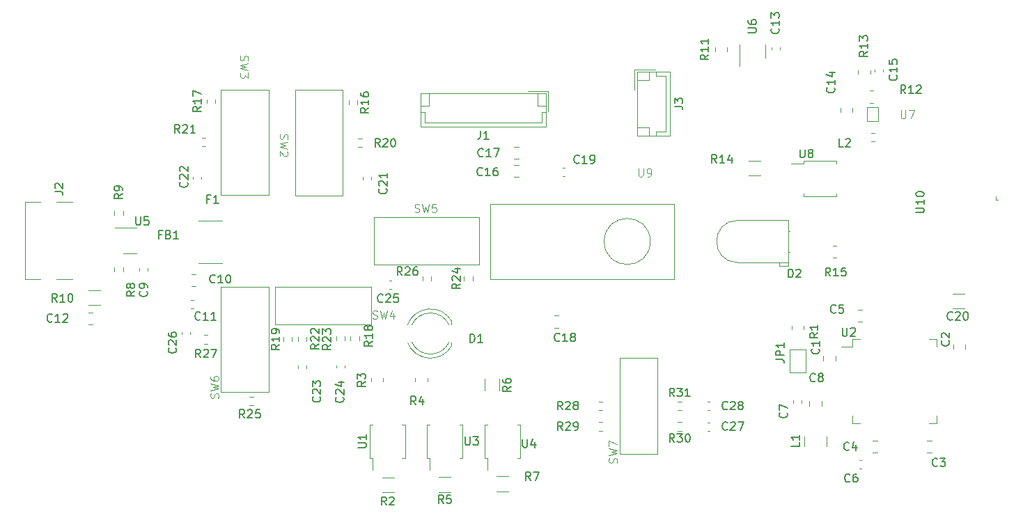
<source format=gbr>
%TF.GenerationSoftware,KiCad,Pcbnew,7.0.8*%
%TF.CreationDate,2024-01-02T21:28:18+01:00*%
%TF.ProjectId,Computer Mouse,436f6d70-7574-4657-9220-4d6f7573652e,rev?*%
%TF.SameCoordinates,Original*%
%TF.FileFunction,Legend,Top*%
%TF.FilePolarity,Positive*%
%FSLAX46Y46*%
G04 Gerber Fmt 4.6, Leading zero omitted, Abs format (unit mm)*
G04 Created by KiCad (PCBNEW 7.0.8) date 2024-01-02 21:28:18*
%MOMM*%
%LPD*%
G01*
G04 APERTURE LIST*
%ADD10C,0.150000*%
%ADD11C,0.100000*%
%ADD12C,0.120000*%
G04 APERTURE END LIST*
D10*
X161354819Y-78292857D02*
X160878628Y-78626190D01*
X161354819Y-78864285D02*
X160354819Y-78864285D01*
X160354819Y-78864285D02*
X160354819Y-78483333D01*
X160354819Y-78483333D02*
X160402438Y-78388095D01*
X160402438Y-78388095D02*
X160450057Y-78340476D01*
X160450057Y-78340476D02*
X160545295Y-78292857D01*
X160545295Y-78292857D02*
X160688152Y-78292857D01*
X160688152Y-78292857D02*
X160783390Y-78340476D01*
X160783390Y-78340476D02*
X160831009Y-78388095D01*
X160831009Y-78388095D02*
X160878628Y-78483333D01*
X160878628Y-78483333D02*
X160878628Y-78864285D01*
X161354819Y-77340476D02*
X161354819Y-77911904D01*
X161354819Y-77626190D02*
X160354819Y-77626190D01*
X160354819Y-77626190D02*
X160497676Y-77721428D01*
X160497676Y-77721428D02*
X160592914Y-77816666D01*
X160592914Y-77816666D02*
X160640533Y-77911904D01*
X161354819Y-76388095D02*
X161354819Y-76959523D01*
X161354819Y-76673809D02*
X160354819Y-76673809D01*
X160354819Y-76673809D02*
X160497676Y-76769047D01*
X160497676Y-76769047D02*
X160592914Y-76864285D01*
X160592914Y-76864285D02*
X160640533Y-76959523D01*
X91738095Y-98004819D02*
X91738095Y-98814342D01*
X91738095Y-98814342D02*
X91785714Y-98909580D01*
X91785714Y-98909580D02*
X91833333Y-98957200D01*
X91833333Y-98957200D02*
X91928571Y-99004819D01*
X91928571Y-99004819D02*
X92119047Y-99004819D01*
X92119047Y-99004819D02*
X92214285Y-98957200D01*
X92214285Y-98957200D02*
X92261904Y-98909580D01*
X92261904Y-98909580D02*
X92309523Y-98814342D01*
X92309523Y-98814342D02*
X92309523Y-98004819D01*
X93261904Y-98004819D02*
X92785714Y-98004819D01*
X92785714Y-98004819D02*
X92738095Y-98481009D01*
X92738095Y-98481009D02*
X92785714Y-98433390D01*
X92785714Y-98433390D02*
X92880952Y-98385771D01*
X92880952Y-98385771D02*
X93119047Y-98385771D01*
X93119047Y-98385771D02*
X93214285Y-98433390D01*
X93214285Y-98433390D02*
X93261904Y-98481009D01*
X93261904Y-98481009D02*
X93309523Y-98576247D01*
X93309523Y-98576247D02*
X93309523Y-98814342D01*
X93309523Y-98814342D02*
X93261904Y-98909580D01*
X93261904Y-98909580D02*
X93214285Y-98957200D01*
X93214285Y-98957200D02*
X93119047Y-99004819D01*
X93119047Y-99004819D02*
X92880952Y-99004819D01*
X92880952Y-99004819D02*
X92785714Y-98957200D01*
X92785714Y-98957200D02*
X92738095Y-98909580D01*
X186554819Y-97488094D02*
X187364342Y-97488094D01*
X187364342Y-97488094D02*
X187459580Y-97440475D01*
X187459580Y-97440475D02*
X187507200Y-97392856D01*
X187507200Y-97392856D02*
X187554819Y-97297618D01*
X187554819Y-97297618D02*
X187554819Y-97107142D01*
X187554819Y-97107142D02*
X187507200Y-97011904D01*
X187507200Y-97011904D02*
X187459580Y-96964285D01*
X187459580Y-96964285D02*
X187364342Y-96916666D01*
X187364342Y-96916666D02*
X186554819Y-96916666D01*
X187554819Y-95916666D02*
X187554819Y-96488094D01*
X187554819Y-96202380D02*
X186554819Y-96202380D01*
X186554819Y-96202380D02*
X186697676Y-96297618D01*
X186697676Y-96297618D02*
X186792914Y-96392856D01*
X186792914Y-96392856D02*
X186840533Y-96488094D01*
X186554819Y-95297618D02*
X186554819Y-95202380D01*
X186554819Y-95202380D02*
X186602438Y-95107142D01*
X186602438Y-95107142D02*
X186650057Y-95059523D01*
X186650057Y-95059523D02*
X186745295Y-95011904D01*
X186745295Y-95011904D02*
X186935771Y-94964285D01*
X186935771Y-94964285D02*
X187173866Y-94964285D01*
X187173866Y-94964285D02*
X187364342Y-95011904D01*
X187364342Y-95011904D02*
X187459580Y-95059523D01*
X187459580Y-95059523D02*
X187507200Y-95107142D01*
X187507200Y-95107142D02*
X187554819Y-95202380D01*
X187554819Y-95202380D02*
X187554819Y-95297618D01*
X187554819Y-95297618D02*
X187507200Y-95392856D01*
X187507200Y-95392856D02*
X187459580Y-95440475D01*
X187459580Y-95440475D02*
X187364342Y-95488094D01*
X187364342Y-95488094D02*
X187173866Y-95535713D01*
X187173866Y-95535713D02*
X186935771Y-95535713D01*
X186935771Y-95535713D02*
X186745295Y-95488094D01*
X186745295Y-95488094D02*
X186650057Y-95440475D01*
X186650057Y-95440475D02*
X186602438Y-95392856D01*
X186602438Y-95392856D02*
X186554819Y-95297618D01*
X177638095Y-111504819D02*
X177638095Y-112314342D01*
X177638095Y-112314342D02*
X177685714Y-112409580D01*
X177685714Y-112409580D02*
X177733333Y-112457200D01*
X177733333Y-112457200D02*
X177828571Y-112504819D01*
X177828571Y-112504819D02*
X178019047Y-112504819D01*
X178019047Y-112504819D02*
X178114285Y-112457200D01*
X178114285Y-112457200D02*
X178161904Y-112409580D01*
X178161904Y-112409580D02*
X178209523Y-112314342D01*
X178209523Y-112314342D02*
X178209523Y-111504819D01*
X178638095Y-111600057D02*
X178685714Y-111552438D01*
X178685714Y-111552438D02*
X178780952Y-111504819D01*
X178780952Y-111504819D02*
X179019047Y-111504819D01*
X179019047Y-111504819D02*
X179114285Y-111552438D01*
X179114285Y-111552438D02*
X179161904Y-111600057D01*
X179161904Y-111600057D02*
X179209523Y-111695295D01*
X179209523Y-111695295D02*
X179209523Y-111790533D01*
X179209523Y-111790533D02*
X179161904Y-111933390D01*
X179161904Y-111933390D02*
X178590476Y-112504819D01*
X178590476Y-112504819D02*
X179209523Y-112504819D01*
X190559580Y-113066666D02*
X190607200Y-113114285D01*
X190607200Y-113114285D02*
X190654819Y-113257142D01*
X190654819Y-113257142D02*
X190654819Y-113352380D01*
X190654819Y-113352380D02*
X190607200Y-113495237D01*
X190607200Y-113495237D02*
X190511961Y-113590475D01*
X190511961Y-113590475D02*
X190416723Y-113638094D01*
X190416723Y-113638094D02*
X190226247Y-113685713D01*
X190226247Y-113685713D02*
X190083390Y-113685713D01*
X190083390Y-113685713D02*
X189892914Y-113638094D01*
X189892914Y-113638094D02*
X189797676Y-113590475D01*
X189797676Y-113590475D02*
X189702438Y-113495237D01*
X189702438Y-113495237D02*
X189654819Y-113352380D01*
X189654819Y-113352380D02*
X189654819Y-113257142D01*
X189654819Y-113257142D02*
X189702438Y-113114285D01*
X189702438Y-113114285D02*
X189750057Y-113066666D01*
X189750057Y-112685713D02*
X189702438Y-112638094D01*
X189702438Y-112638094D02*
X189654819Y-112542856D01*
X189654819Y-112542856D02*
X189654819Y-112304761D01*
X189654819Y-112304761D02*
X189702438Y-112209523D01*
X189702438Y-112209523D02*
X189750057Y-112161904D01*
X189750057Y-112161904D02*
X189845295Y-112114285D01*
X189845295Y-112114285D02*
X189940533Y-112114285D01*
X189940533Y-112114285D02*
X190083390Y-112161904D01*
X190083390Y-112161904D02*
X190654819Y-112733332D01*
X190654819Y-112733332D02*
X190654819Y-112114285D01*
X163657142Y-123859580D02*
X163609523Y-123907200D01*
X163609523Y-123907200D02*
X163466666Y-123954819D01*
X163466666Y-123954819D02*
X163371428Y-123954819D01*
X163371428Y-123954819D02*
X163228571Y-123907200D01*
X163228571Y-123907200D02*
X163133333Y-123811961D01*
X163133333Y-123811961D02*
X163085714Y-123716723D01*
X163085714Y-123716723D02*
X163038095Y-123526247D01*
X163038095Y-123526247D02*
X163038095Y-123383390D01*
X163038095Y-123383390D02*
X163085714Y-123192914D01*
X163085714Y-123192914D02*
X163133333Y-123097676D01*
X163133333Y-123097676D02*
X163228571Y-123002438D01*
X163228571Y-123002438D02*
X163371428Y-122954819D01*
X163371428Y-122954819D02*
X163466666Y-122954819D01*
X163466666Y-122954819D02*
X163609523Y-123002438D01*
X163609523Y-123002438D02*
X163657142Y-123050057D01*
X164038095Y-123050057D02*
X164085714Y-123002438D01*
X164085714Y-123002438D02*
X164180952Y-122954819D01*
X164180952Y-122954819D02*
X164419047Y-122954819D01*
X164419047Y-122954819D02*
X164514285Y-123002438D01*
X164514285Y-123002438D02*
X164561904Y-123050057D01*
X164561904Y-123050057D02*
X164609523Y-123145295D01*
X164609523Y-123145295D02*
X164609523Y-123240533D01*
X164609523Y-123240533D02*
X164561904Y-123383390D01*
X164561904Y-123383390D02*
X163990476Y-123954819D01*
X163990476Y-123954819D02*
X164609523Y-123954819D01*
X164942857Y-122954819D02*
X165609523Y-122954819D01*
X165609523Y-122954819D02*
X165180952Y-123954819D01*
X99557142Y-110459580D02*
X99509523Y-110507200D01*
X99509523Y-110507200D02*
X99366666Y-110554819D01*
X99366666Y-110554819D02*
X99271428Y-110554819D01*
X99271428Y-110554819D02*
X99128571Y-110507200D01*
X99128571Y-110507200D02*
X99033333Y-110411961D01*
X99033333Y-110411961D02*
X98985714Y-110316723D01*
X98985714Y-110316723D02*
X98938095Y-110126247D01*
X98938095Y-110126247D02*
X98938095Y-109983390D01*
X98938095Y-109983390D02*
X98985714Y-109792914D01*
X98985714Y-109792914D02*
X99033333Y-109697676D01*
X99033333Y-109697676D02*
X99128571Y-109602438D01*
X99128571Y-109602438D02*
X99271428Y-109554819D01*
X99271428Y-109554819D02*
X99366666Y-109554819D01*
X99366666Y-109554819D02*
X99509523Y-109602438D01*
X99509523Y-109602438D02*
X99557142Y-109650057D01*
X100509523Y-110554819D02*
X99938095Y-110554819D01*
X100223809Y-110554819D02*
X100223809Y-109554819D01*
X100223809Y-109554819D02*
X100128571Y-109697676D01*
X100128571Y-109697676D02*
X100033333Y-109792914D01*
X100033333Y-109792914D02*
X99938095Y-109840533D01*
X101461904Y-110554819D02*
X100890476Y-110554819D01*
X101176190Y-110554819D02*
X101176190Y-109554819D01*
X101176190Y-109554819D02*
X101080952Y-109697676D01*
X101080952Y-109697676D02*
X100985714Y-109792914D01*
X100985714Y-109792914D02*
X100890476Y-109840533D01*
X115454819Y-113542857D02*
X114978628Y-113876190D01*
X115454819Y-114114285D02*
X114454819Y-114114285D01*
X114454819Y-114114285D02*
X114454819Y-113733333D01*
X114454819Y-113733333D02*
X114502438Y-113638095D01*
X114502438Y-113638095D02*
X114550057Y-113590476D01*
X114550057Y-113590476D02*
X114645295Y-113542857D01*
X114645295Y-113542857D02*
X114788152Y-113542857D01*
X114788152Y-113542857D02*
X114883390Y-113590476D01*
X114883390Y-113590476D02*
X114931009Y-113638095D01*
X114931009Y-113638095D02*
X114978628Y-113733333D01*
X114978628Y-113733333D02*
X114978628Y-114114285D01*
X114550057Y-113161904D02*
X114502438Y-113114285D01*
X114502438Y-113114285D02*
X114454819Y-113019047D01*
X114454819Y-113019047D02*
X114454819Y-112780952D01*
X114454819Y-112780952D02*
X114502438Y-112685714D01*
X114502438Y-112685714D02*
X114550057Y-112638095D01*
X114550057Y-112638095D02*
X114645295Y-112590476D01*
X114645295Y-112590476D02*
X114740533Y-112590476D01*
X114740533Y-112590476D02*
X114883390Y-112638095D01*
X114883390Y-112638095D02*
X115454819Y-113209523D01*
X115454819Y-113209523D02*
X115454819Y-112590476D01*
X114454819Y-112257142D02*
X114454819Y-111638095D01*
X114454819Y-111638095D02*
X114835771Y-111971428D01*
X114835771Y-111971428D02*
X114835771Y-111828571D01*
X114835771Y-111828571D02*
X114883390Y-111733333D01*
X114883390Y-111733333D02*
X114931009Y-111685714D01*
X114931009Y-111685714D02*
X115026247Y-111638095D01*
X115026247Y-111638095D02*
X115264342Y-111638095D01*
X115264342Y-111638095D02*
X115359580Y-111685714D01*
X115359580Y-111685714D02*
X115407200Y-111733333D01*
X115407200Y-111733333D02*
X115454819Y-111828571D01*
X115454819Y-111828571D02*
X115454819Y-112114285D01*
X115454819Y-112114285D02*
X115407200Y-112209523D01*
X115407200Y-112209523D02*
X115359580Y-112257142D01*
X139733333Y-130054819D02*
X139400000Y-129578628D01*
X139161905Y-130054819D02*
X139161905Y-129054819D01*
X139161905Y-129054819D02*
X139542857Y-129054819D01*
X139542857Y-129054819D02*
X139638095Y-129102438D01*
X139638095Y-129102438D02*
X139685714Y-129150057D01*
X139685714Y-129150057D02*
X139733333Y-129245295D01*
X139733333Y-129245295D02*
X139733333Y-129388152D01*
X139733333Y-129388152D02*
X139685714Y-129483390D01*
X139685714Y-129483390D02*
X139638095Y-129531009D01*
X139638095Y-129531009D02*
X139542857Y-129578628D01*
X139542857Y-129578628D02*
X139161905Y-129578628D01*
X140066667Y-129054819D02*
X140733333Y-129054819D01*
X140733333Y-129054819D02*
X140304762Y-130054819D01*
X166154819Y-75611904D02*
X166964342Y-75611904D01*
X166964342Y-75611904D02*
X167059580Y-75564285D01*
X167059580Y-75564285D02*
X167107200Y-75516666D01*
X167107200Y-75516666D02*
X167154819Y-75421428D01*
X167154819Y-75421428D02*
X167154819Y-75230952D01*
X167154819Y-75230952D02*
X167107200Y-75135714D01*
X167107200Y-75135714D02*
X167059580Y-75088095D01*
X167059580Y-75088095D02*
X166964342Y-75040476D01*
X166964342Y-75040476D02*
X166154819Y-75040476D01*
X166154819Y-74135714D02*
X166154819Y-74326190D01*
X166154819Y-74326190D02*
X166202438Y-74421428D01*
X166202438Y-74421428D02*
X166250057Y-74469047D01*
X166250057Y-74469047D02*
X166392914Y-74564285D01*
X166392914Y-74564285D02*
X166583390Y-74611904D01*
X166583390Y-74611904D02*
X166964342Y-74611904D01*
X166964342Y-74611904D02*
X167059580Y-74564285D01*
X167059580Y-74564285D02*
X167107200Y-74516666D01*
X167107200Y-74516666D02*
X167154819Y-74421428D01*
X167154819Y-74421428D02*
X167154819Y-74230952D01*
X167154819Y-74230952D02*
X167107200Y-74135714D01*
X167107200Y-74135714D02*
X167059580Y-74088095D01*
X167059580Y-74088095D02*
X166964342Y-74040476D01*
X166964342Y-74040476D02*
X166726247Y-74040476D01*
X166726247Y-74040476D02*
X166631009Y-74088095D01*
X166631009Y-74088095D02*
X166583390Y-74135714D01*
X166583390Y-74135714D02*
X166535771Y-74230952D01*
X166535771Y-74230952D02*
X166535771Y-74421428D01*
X166535771Y-74421428D02*
X166583390Y-74516666D01*
X166583390Y-74516666D02*
X166631009Y-74564285D01*
X166631009Y-74564285D02*
X166726247Y-74611904D01*
D11*
X120516667Y-110359800D02*
X120659524Y-110407419D01*
X120659524Y-110407419D02*
X120897619Y-110407419D01*
X120897619Y-110407419D02*
X120992857Y-110359800D01*
X120992857Y-110359800D02*
X121040476Y-110312180D01*
X121040476Y-110312180D02*
X121088095Y-110216942D01*
X121088095Y-110216942D02*
X121088095Y-110121704D01*
X121088095Y-110121704D02*
X121040476Y-110026466D01*
X121040476Y-110026466D02*
X120992857Y-109978847D01*
X120992857Y-109978847D02*
X120897619Y-109931228D01*
X120897619Y-109931228D02*
X120707143Y-109883609D01*
X120707143Y-109883609D02*
X120611905Y-109835990D01*
X120611905Y-109835990D02*
X120564286Y-109788371D01*
X120564286Y-109788371D02*
X120516667Y-109693133D01*
X120516667Y-109693133D02*
X120516667Y-109597895D01*
X120516667Y-109597895D02*
X120564286Y-109502657D01*
X120564286Y-109502657D02*
X120611905Y-109455038D01*
X120611905Y-109455038D02*
X120707143Y-109407419D01*
X120707143Y-109407419D02*
X120945238Y-109407419D01*
X120945238Y-109407419D02*
X121088095Y-109455038D01*
X121421429Y-109407419D02*
X121659524Y-110407419D01*
X121659524Y-110407419D02*
X121850000Y-109693133D01*
X121850000Y-109693133D02*
X122040476Y-110407419D01*
X122040476Y-110407419D02*
X122278572Y-109407419D01*
X123088095Y-109740752D02*
X123088095Y-110407419D01*
X122850000Y-109359800D02*
X122611905Y-110074085D01*
X122611905Y-110074085D02*
X123230952Y-110074085D01*
D10*
X172404819Y-125416666D02*
X172404819Y-125892856D01*
X172404819Y-125892856D02*
X171404819Y-125892856D01*
X172404819Y-124559523D02*
X172404819Y-125130951D01*
X172404819Y-124845237D02*
X171404819Y-124845237D01*
X171404819Y-124845237D02*
X171547676Y-124940475D01*
X171547676Y-124940475D02*
X171642914Y-125035713D01*
X171642914Y-125035713D02*
X171690533Y-125130951D01*
X114004819Y-113492857D02*
X113528628Y-113826190D01*
X114004819Y-114064285D02*
X113004819Y-114064285D01*
X113004819Y-114064285D02*
X113004819Y-113683333D01*
X113004819Y-113683333D02*
X113052438Y-113588095D01*
X113052438Y-113588095D02*
X113100057Y-113540476D01*
X113100057Y-113540476D02*
X113195295Y-113492857D01*
X113195295Y-113492857D02*
X113338152Y-113492857D01*
X113338152Y-113492857D02*
X113433390Y-113540476D01*
X113433390Y-113540476D02*
X113481009Y-113588095D01*
X113481009Y-113588095D02*
X113528628Y-113683333D01*
X113528628Y-113683333D02*
X113528628Y-114064285D01*
X113100057Y-113111904D02*
X113052438Y-113064285D01*
X113052438Y-113064285D02*
X113004819Y-112969047D01*
X113004819Y-112969047D02*
X113004819Y-112730952D01*
X113004819Y-112730952D02*
X113052438Y-112635714D01*
X113052438Y-112635714D02*
X113100057Y-112588095D01*
X113100057Y-112588095D02*
X113195295Y-112540476D01*
X113195295Y-112540476D02*
X113290533Y-112540476D01*
X113290533Y-112540476D02*
X113433390Y-112588095D01*
X113433390Y-112588095D02*
X114004819Y-113159523D01*
X114004819Y-113159523D02*
X114004819Y-112540476D01*
X113100057Y-112159523D02*
X113052438Y-112111904D01*
X113052438Y-112111904D02*
X113004819Y-112016666D01*
X113004819Y-112016666D02*
X113004819Y-111778571D01*
X113004819Y-111778571D02*
X113052438Y-111683333D01*
X113052438Y-111683333D02*
X113100057Y-111635714D01*
X113100057Y-111635714D02*
X113195295Y-111588095D01*
X113195295Y-111588095D02*
X113290533Y-111588095D01*
X113290533Y-111588095D02*
X113433390Y-111635714D01*
X113433390Y-111635714D02*
X114004819Y-112207142D01*
X114004819Y-112207142D02*
X114004819Y-111588095D01*
X157207142Y-125384819D02*
X156873809Y-124908628D01*
X156635714Y-125384819D02*
X156635714Y-124384819D01*
X156635714Y-124384819D02*
X157016666Y-124384819D01*
X157016666Y-124384819D02*
X157111904Y-124432438D01*
X157111904Y-124432438D02*
X157159523Y-124480057D01*
X157159523Y-124480057D02*
X157207142Y-124575295D01*
X157207142Y-124575295D02*
X157207142Y-124718152D01*
X157207142Y-124718152D02*
X157159523Y-124813390D01*
X157159523Y-124813390D02*
X157111904Y-124861009D01*
X157111904Y-124861009D02*
X157016666Y-124908628D01*
X157016666Y-124908628D02*
X156635714Y-124908628D01*
X157540476Y-124384819D02*
X158159523Y-124384819D01*
X158159523Y-124384819D02*
X157826190Y-124765771D01*
X157826190Y-124765771D02*
X157969047Y-124765771D01*
X157969047Y-124765771D02*
X158064285Y-124813390D01*
X158064285Y-124813390D02*
X158111904Y-124861009D01*
X158111904Y-124861009D02*
X158159523Y-124956247D01*
X158159523Y-124956247D02*
X158159523Y-125194342D01*
X158159523Y-125194342D02*
X158111904Y-125289580D01*
X158111904Y-125289580D02*
X158064285Y-125337200D01*
X158064285Y-125337200D02*
X157969047Y-125384819D01*
X157969047Y-125384819D02*
X157683333Y-125384819D01*
X157683333Y-125384819D02*
X157588095Y-125337200D01*
X157588095Y-125337200D02*
X157540476Y-125289580D01*
X158778571Y-124384819D02*
X158873809Y-124384819D01*
X158873809Y-124384819D02*
X158969047Y-124432438D01*
X158969047Y-124432438D02*
X159016666Y-124480057D01*
X159016666Y-124480057D02*
X159064285Y-124575295D01*
X159064285Y-124575295D02*
X159111904Y-124765771D01*
X159111904Y-124765771D02*
X159111904Y-125003866D01*
X159111904Y-125003866D02*
X159064285Y-125194342D01*
X159064285Y-125194342D02*
X159016666Y-125289580D01*
X159016666Y-125289580D02*
X158969047Y-125337200D01*
X158969047Y-125337200D02*
X158873809Y-125384819D01*
X158873809Y-125384819D02*
X158778571Y-125384819D01*
X158778571Y-125384819D02*
X158683333Y-125337200D01*
X158683333Y-125337200D02*
X158635714Y-125289580D01*
X158635714Y-125289580D02*
X158588095Y-125194342D01*
X158588095Y-125194342D02*
X158540476Y-125003866D01*
X158540476Y-125003866D02*
X158540476Y-124765771D01*
X158540476Y-124765771D02*
X158588095Y-124575295D01*
X158588095Y-124575295D02*
X158635714Y-124480057D01*
X158635714Y-124480057D02*
X158683333Y-124432438D01*
X158683333Y-124432438D02*
X158778571Y-124384819D01*
X162357142Y-91454819D02*
X162023809Y-90978628D01*
X161785714Y-91454819D02*
X161785714Y-90454819D01*
X161785714Y-90454819D02*
X162166666Y-90454819D01*
X162166666Y-90454819D02*
X162261904Y-90502438D01*
X162261904Y-90502438D02*
X162309523Y-90550057D01*
X162309523Y-90550057D02*
X162357142Y-90645295D01*
X162357142Y-90645295D02*
X162357142Y-90788152D01*
X162357142Y-90788152D02*
X162309523Y-90883390D01*
X162309523Y-90883390D02*
X162261904Y-90931009D01*
X162261904Y-90931009D02*
X162166666Y-90978628D01*
X162166666Y-90978628D02*
X161785714Y-90978628D01*
X163309523Y-91454819D02*
X162738095Y-91454819D01*
X163023809Y-91454819D02*
X163023809Y-90454819D01*
X163023809Y-90454819D02*
X162928571Y-90597676D01*
X162928571Y-90597676D02*
X162833333Y-90692914D01*
X162833333Y-90692914D02*
X162738095Y-90740533D01*
X164166666Y-90788152D02*
X164166666Y-91454819D01*
X163928571Y-90407200D02*
X163690476Y-91121485D01*
X163690476Y-91121485D02*
X164309523Y-91121485D01*
X94866666Y-100131009D02*
X94533333Y-100131009D01*
X94533333Y-100654819D02*
X94533333Y-99654819D01*
X94533333Y-99654819D02*
X95009523Y-99654819D01*
X95723809Y-100131009D02*
X95866666Y-100178628D01*
X95866666Y-100178628D02*
X95914285Y-100226247D01*
X95914285Y-100226247D02*
X95961904Y-100321485D01*
X95961904Y-100321485D02*
X95961904Y-100464342D01*
X95961904Y-100464342D02*
X95914285Y-100559580D01*
X95914285Y-100559580D02*
X95866666Y-100607200D01*
X95866666Y-100607200D02*
X95771428Y-100654819D01*
X95771428Y-100654819D02*
X95390476Y-100654819D01*
X95390476Y-100654819D02*
X95390476Y-99654819D01*
X95390476Y-99654819D02*
X95723809Y-99654819D01*
X95723809Y-99654819D02*
X95819047Y-99702438D01*
X95819047Y-99702438D02*
X95866666Y-99750057D01*
X95866666Y-99750057D02*
X95914285Y-99845295D01*
X95914285Y-99845295D02*
X95914285Y-99940533D01*
X95914285Y-99940533D02*
X95866666Y-100035771D01*
X95866666Y-100035771D02*
X95819047Y-100083390D01*
X95819047Y-100083390D02*
X95723809Y-100131009D01*
X95723809Y-100131009D02*
X95390476Y-100131009D01*
X96914285Y-100654819D02*
X96342857Y-100654819D01*
X96628571Y-100654819D02*
X96628571Y-99654819D01*
X96628571Y-99654819D02*
X96533333Y-99797676D01*
X96533333Y-99797676D02*
X96438095Y-99892914D01*
X96438095Y-99892914D02*
X96342857Y-99940533D01*
X133957142Y-90609580D02*
X133909523Y-90657200D01*
X133909523Y-90657200D02*
X133766666Y-90704819D01*
X133766666Y-90704819D02*
X133671428Y-90704819D01*
X133671428Y-90704819D02*
X133528571Y-90657200D01*
X133528571Y-90657200D02*
X133433333Y-90561961D01*
X133433333Y-90561961D02*
X133385714Y-90466723D01*
X133385714Y-90466723D02*
X133338095Y-90276247D01*
X133338095Y-90276247D02*
X133338095Y-90133390D01*
X133338095Y-90133390D02*
X133385714Y-89942914D01*
X133385714Y-89942914D02*
X133433333Y-89847676D01*
X133433333Y-89847676D02*
X133528571Y-89752438D01*
X133528571Y-89752438D02*
X133671428Y-89704819D01*
X133671428Y-89704819D02*
X133766666Y-89704819D01*
X133766666Y-89704819D02*
X133909523Y-89752438D01*
X133909523Y-89752438D02*
X133957142Y-89800057D01*
X134909523Y-90704819D02*
X134338095Y-90704819D01*
X134623809Y-90704819D02*
X134623809Y-89704819D01*
X134623809Y-89704819D02*
X134528571Y-89847676D01*
X134528571Y-89847676D02*
X134433333Y-89942914D01*
X134433333Y-89942914D02*
X134338095Y-89990533D01*
X135242857Y-89704819D02*
X135909523Y-89704819D01*
X135909523Y-89704819D02*
X135480952Y-90704819D01*
X118754819Y-126061904D02*
X119564342Y-126061904D01*
X119564342Y-126061904D02*
X119659580Y-126014285D01*
X119659580Y-126014285D02*
X119707200Y-125966666D01*
X119707200Y-125966666D02*
X119754819Y-125871428D01*
X119754819Y-125871428D02*
X119754819Y-125680952D01*
X119754819Y-125680952D02*
X119707200Y-125585714D01*
X119707200Y-125585714D02*
X119659580Y-125538095D01*
X119659580Y-125538095D02*
X119564342Y-125490476D01*
X119564342Y-125490476D02*
X118754819Y-125490476D01*
X119754819Y-124490476D02*
X119754819Y-125061904D01*
X119754819Y-124776190D02*
X118754819Y-124776190D01*
X118754819Y-124776190D02*
X118897676Y-124871428D01*
X118897676Y-124871428D02*
X118992914Y-124966666D01*
X118992914Y-124966666D02*
X119040533Y-125061904D01*
X169859580Y-75092857D02*
X169907200Y-75140476D01*
X169907200Y-75140476D02*
X169954819Y-75283333D01*
X169954819Y-75283333D02*
X169954819Y-75378571D01*
X169954819Y-75378571D02*
X169907200Y-75521428D01*
X169907200Y-75521428D02*
X169811961Y-75616666D01*
X169811961Y-75616666D02*
X169716723Y-75664285D01*
X169716723Y-75664285D02*
X169526247Y-75711904D01*
X169526247Y-75711904D02*
X169383390Y-75711904D01*
X169383390Y-75711904D02*
X169192914Y-75664285D01*
X169192914Y-75664285D02*
X169097676Y-75616666D01*
X169097676Y-75616666D02*
X169002438Y-75521428D01*
X169002438Y-75521428D02*
X168954819Y-75378571D01*
X168954819Y-75378571D02*
X168954819Y-75283333D01*
X168954819Y-75283333D02*
X169002438Y-75140476D01*
X169002438Y-75140476D02*
X169050057Y-75092857D01*
X169954819Y-74140476D02*
X169954819Y-74711904D01*
X169954819Y-74426190D02*
X168954819Y-74426190D01*
X168954819Y-74426190D02*
X169097676Y-74521428D01*
X169097676Y-74521428D02*
X169192914Y-74616666D01*
X169192914Y-74616666D02*
X169240533Y-74711904D01*
X168954819Y-73807142D02*
X168954819Y-73188095D01*
X168954819Y-73188095D02*
X169335771Y-73521428D01*
X169335771Y-73521428D02*
X169335771Y-73378571D01*
X169335771Y-73378571D02*
X169383390Y-73283333D01*
X169383390Y-73283333D02*
X169431009Y-73235714D01*
X169431009Y-73235714D02*
X169526247Y-73188095D01*
X169526247Y-73188095D02*
X169764342Y-73188095D01*
X169764342Y-73188095D02*
X169859580Y-73235714D01*
X169859580Y-73235714D02*
X169907200Y-73283333D01*
X169907200Y-73283333D02*
X169954819Y-73378571D01*
X169954819Y-73378571D02*
X169954819Y-73664285D01*
X169954819Y-73664285D02*
X169907200Y-73759523D01*
X169907200Y-73759523D02*
X169859580Y-73807142D01*
X137324819Y-118616666D02*
X136848628Y-118949999D01*
X137324819Y-119188094D02*
X136324819Y-119188094D01*
X136324819Y-119188094D02*
X136324819Y-118807142D01*
X136324819Y-118807142D02*
X136372438Y-118711904D01*
X136372438Y-118711904D02*
X136420057Y-118664285D01*
X136420057Y-118664285D02*
X136515295Y-118616666D01*
X136515295Y-118616666D02*
X136658152Y-118616666D01*
X136658152Y-118616666D02*
X136753390Y-118664285D01*
X136753390Y-118664285D02*
X136801009Y-118711904D01*
X136801009Y-118711904D02*
X136848628Y-118807142D01*
X136848628Y-118807142D02*
X136848628Y-119188094D01*
X136324819Y-117759523D02*
X136324819Y-117949999D01*
X136324819Y-117949999D02*
X136372438Y-118045237D01*
X136372438Y-118045237D02*
X136420057Y-118092856D01*
X136420057Y-118092856D02*
X136562914Y-118188094D01*
X136562914Y-118188094D02*
X136753390Y-118235713D01*
X136753390Y-118235713D02*
X137134342Y-118235713D01*
X137134342Y-118235713D02*
X137229580Y-118188094D01*
X137229580Y-118188094D02*
X137277200Y-118140475D01*
X137277200Y-118140475D02*
X137324819Y-118045237D01*
X137324819Y-118045237D02*
X137324819Y-117854761D01*
X137324819Y-117854761D02*
X137277200Y-117759523D01*
X137277200Y-117759523D02*
X137229580Y-117711904D01*
X137229580Y-117711904D02*
X137134342Y-117664285D01*
X137134342Y-117664285D02*
X136896247Y-117664285D01*
X136896247Y-117664285D02*
X136801009Y-117711904D01*
X136801009Y-117711904D02*
X136753390Y-117759523D01*
X136753390Y-117759523D02*
X136705771Y-117854761D01*
X136705771Y-117854761D02*
X136705771Y-118045237D01*
X136705771Y-118045237D02*
X136753390Y-118140475D01*
X136753390Y-118140475D02*
X136801009Y-118188094D01*
X136801009Y-118188094D02*
X136896247Y-118235713D01*
X99607142Y-115104819D02*
X99273809Y-114628628D01*
X99035714Y-115104819D02*
X99035714Y-114104819D01*
X99035714Y-114104819D02*
X99416666Y-114104819D01*
X99416666Y-114104819D02*
X99511904Y-114152438D01*
X99511904Y-114152438D02*
X99559523Y-114200057D01*
X99559523Y-114200057D02*
X99607142Y-114295295D01*
X99607142Y-114295295D02*
X99607142Y-114438152D01*
X99607142Y-114438152D02*
X99559523Y-114533390D01*
X99559523Y-114533390D02*
X99511904Y-114581009D01*
X99511904Y-114581009D02*
X99416666Y-114628628D01*
X99416666Y-114628628D02*
X99035714Y-114628628D01*
X99988095Y-114200057D02*
X100035714Y-114152438D01*
X100035714Y-114152438D02*
X100130952Y-114104819D01*
X100130952Y-114104819D02*
X100369047Y-114104819D01*
X100369047Y-114104819D02*
X100464285Y-114152438D01*
X100464285Y-114152438D02*
X100511904Y-114200057D01*
X100511904Y-114200057D02*
X100559523Y-114295295D01*
X100559523Y-114295295D02*
X100559523Y-114390533D01*
X100559523Y-114390533D02*
X100511904Y-114533390D01*
X100511904Y-114533390D02*
X99940476Y-115104819D01*
X99940476Y-115104819D02*
X100559523Y-115104819D01*
X100892857Y-114104819D02*
X101559523Y-114104819D01*
X101559523Y-114104819D02*
X101130952Y-115104819D01*
X176177142Y-105204819D02*
X175843809Y-104728628D01*
X175605714Y-105204819D02*
X175605714Y-104204819D01*
X175605714Y-104204819D02*
X175986666Y-104204819D01*
X175986666Y-104204819D02*
X176081904Y-104252438D01*
X176081904Y-104252438D02*
X176129523Y-104300057D01*
X176129523Y-104300057D02*
X176177142Y-104395295D01*
X176177142Y-104395295D02*
X176177142Y-104538152D01*
X176177142Y-104538152D02*
X176129523Y-104633390D01*
X176129523Y-104633390D02*
X176081904Y-104681009D01*
X176081904Y-104681009D02*
X175986666Y-104728628D01*
X175986666Y-104728628D02*
X175605714Y-104728628D01*
X177129523Y-105204819D02*
X176558095Y-105204819D01*
X176843809Y-105204819D02*
X176843809Y-104204819D01*
X176843809Y-104204819D02*
X176748571Y-104347676D01*
X176748571Y-104347676D02*
X176653333Y-104442914D01*
X176653333Y-104442914D02*
X176558095Y-104490533D01*
X178034285Y-104204819D02*
X177558095Y-104204819D01*
X177558095Y-104204819D02*
X177510476Y-104681009D01*
X177510476Y-104681009D02*
X177558095Y-104633390D01*
X177558095Y-104633390D02*
X177653333Y-104585771D01*
X177653333Y-104585771D02*
X177891428Y-104585771D01*
X177891428Y-104585771D02*
X177986666Y-104633390D01*
X177986666Y-104633390D02*
X178034285Y-104681009D01*
X178034285Y-104681009D02*
X178081904Y-104776247D01*
X178081904Y-104776247D02*
X178081904Y-105014342D01*
X178081904Y-105014342D02*
X178034285Y-105109580D01*
X178034285Y-105109580D02*
X177986666Y-105157200D01*
X177986666Y-105157200D02*
X177891428Y-105204819D01*
X177891428Y-105204819D02*
X177653333Y-105204819D01*
X177653333Y-105204819D02*
X177558095Y-105157200D01*
X177558095Y-105157200D02*
X177510476Y-105109580D01*
X176609580Y-82292857D02*
X176657200Y-82340476D01*
X176657200Y-82340476D02*
X176704819Y-82483333D01*
X176704819Y-82483333D02*
X176704819Y-82578571D01*
X176704819Y-82578571D02*
X176657200Y-82721428D01*
X176657200Y-82721428D02*
X176561961Y-82816666D01*
X176561961Y-82816666D02*
X176466723Y-82864285D01*
X176466723Y-82864285D02*
X176276247Y-82911904D01*
X176276247Y-82911904D02*
X176133390Y-82911904D01*
X176133390Y-82911904D02*
X175942914Y-82864285D01*
X175942914Y-82864285D02*
X175847676Y-82816666D01*
X175847676Y-82816666D02*
X175752438Y-82721428D01*
X175752438Y-82721428D02*
X175704819Y-82578571D01*
X175704819Y-82578571D02*
X175704819Y-82483333D01*
X175704819Y-82483333D02*
X175752438Y-82340476D01*
X175752438Y-82340476D02*
X175800057Y-82292857D01*
X176704819Y-81340476D02*
X176704819Y-81911904D01*
X176704819Y-81626190D02*
X175704819Y-81626190D01*
X175704819Y-81626190D02*
X175847676Y-81721428D01*
X175847676Y-81721428D02*
X175942914Y-81816666D01*
X175942914Y-81816666D02*
X175990533Y-81911904D01*
X176038152Y-80483333D02*
X176704819Y-80483333D01*
X175657200Y-80721428D02*
X176371485Y-80959523D01*
X176371485Y-80959523D02*
X176371485Y-80340476D01*
X116909580Y-119942857D02*
X116957200Y-119990476D01*
X116957200Y-119990476D02*
X117004819Y-120133333D01*
X117004819Y-120133333D02*
X117004819Y-120228571D01*
X117004819Y-120228571D02*
X116957200Y-120371428D01*
X116957200Y-120371428D02*
X116861961Y-120466666D01*
X116861961Y-120466666D02*
X116766723Y-120514285D01*
X116766723Y-120514285D02*
X116576247Y-120561904D01*
X116576247Y-120561904D02*
X116433390Y-120561904D01*
X116433390Y-120561904D02*
X116242914Y-120514285D01*
X116242914Y-120514285D02*
X116147676Y-120466666D01*
X116147676Y-120466666D02*
X116052438Y-120371428D01*
X116052438Y-120371428D02*
X116004819Y-120228571D01*
X116004819Y-120228571D02*
X116004819Y-120133333D01*
X116004819Y-120133333D02*
X116052438Y-119990476D01*
X116052438Y-119990476D02*
X116100057Y-119942857D01*
X116100057Y-119561904D02*
X116052438Y-119514285D01*
X116052438Y-119514285D02*
X116004819Y-119419047D01*
X116004819Y-119419047D02*
X116004819Y-119180952D01*
X116004819Y-119180952D02*
X116052438Y-119085714D01*
X116052438Y-119085714D02*
X116100057Y-119038095D01*
X116100057Y-119038095D02*
X116195295Y-118990476D01*
X116195295Y-118990476D02*
X116290533Y-118990476D01*
X116290533Y-118990476D02*
X116433390Y-119038095D01*
X116433390Y-119038095D02*
X117004819Y-119609523D01*
X117004819Y-119609523D02*
X117004819Y-118990476D01*
X116338152Y-118133333D02*
X117004819Y-118133333D01*
X115957200Y-118371428D02*
X116671485Y-118609523D01*
X116671485Y-118609523D02*
X116671485Y-117990476D01*
X109204819Y-113542857D02*
X108728628Y-113876190D01*
X109204819Y-114114285D02*
X108204819Y-114114285D01*
X108204819Y-114114285D02*
X108204819Y-113733333D01*
X108204819Y-113733333D02*
X108252438Y-113638095D01*
X108252438Y-113638095D02*
X108300057Y-113590476D01*
X108300057Y-113590476D02*
X108395295Y-113542857D01*
X108395295Y-113542857D02*
X108538152Y-113542857D01*
X108538152Y-113542857D02*
X108633390Y-113590476D01*
X108633390Y-113590476D02*
X108681009Y-113638095D01*
X108681009Y-113638095D02*
X108728628Y-113733333D01*
X108728628Y-113733333D02*
X108728628Y-114114285D01*
X109204819Y-112590476D02*
X109204819Y-113161904D01*
X109204819Y-112876190D02*
X108204819Y-112876190D01*
X108204819Y-112876190D02*
X108347676Y-112971428D01*
X108347676Y-112971428D02*
X108442914Y-113066666D01*
X108442914Y-113066666D02*
X108490533Y-113161904D01*
X109204819Y-112114285D02*
X109204819Y-111923809D01*
X109204819Y-111923809D02*
X109157200Y-111828571D01*
X109157200Y-111828571D02*
X109109580Y-111780952D01*
X109109580Y-111780952D02*
X108966723Y-111685714D01*
X108966723Y-111685714D02*
X108776247Y-111638095D01*
X108776247Y-111638095D02*
X108395295Y-111638095D01*
X108395295Y-111638095D02*
X108300057Y-111685714D01*
X108300057Y-111685714D02*
X108252438Y-111733333D01*
X108252438Y-111733333D02*
X108204819Y-111828571D01*
X108204819Y-111828571D02*
X108204819Y-112019047D01*
X108204819Y-112019047D02*
X108252438Y-112114285D01*
X108252438Y-112114285D02*
X108300057Y-112161904D01*
X108300057Y-112161904D02*
X108395295Y-112209523D01*
X108395295Y-112209523D02*
X108633390Y-112209523D01*
X108633390Y-112209523D02*
X108728628Y-112161904D01*
X108728628Y-112161904D02*
X108776247Y-112114285D01*
X108776247Y-112114285D02*
X108823866Y-112019047D01*
X108823866Y-112019047D02*
X108823866Y-111828571D01*
X108823866Y-111828571D02*
X108776247Y-111733333D01*
X108776247Y-111733333D02*
X108728628Y-111685714D01*
X108728628Y-111685714D02*
X108633390Y-111638095D01*
X169554819Y-115333333D02*
X170269104Y-115333333D01*
X170269104Y-115333333D02*
X170411961Y-115380952D01*
X170411961Y-115380952D02*
X170507200Y-115476190D01*
X170507200Y-115476190D02*
X170554819Y-115619047D01*
X170554819Y-115619047D02*
X170554819Y-115714285D01*
X170554819Y-114857142D02*
X169554819Y-114857142D01*
X169554819Y-114857142D02*
X169554819Y-114476190D01*
X169554819Y-114476190D02*
X169602438Y-114380952D01*
X169602438Y-114380952D02*
X169650057Y-114333333D01*
X169650057Y-114333333D02*
X169745295Y-114285714D01*
X169745295Y-114285714D02*
X169888152Y-114285714D01*
X169888152Y-114285714D02*
X169983390Y-114333333D01*
X169983390Y-114333333D02*
X170031009Y-114380952D01*
X170031009Y-114380952D02*
X170078628Y-114476190D01*
X170078628Y-114476190D02*
X170078628Y-114857142D01*
X170554819Y-113333333D02*
X170554819Y-113904761D01*
X170554819Y-113619047D02*
X169554819Y-113619047D01*
X169554819Y-113619047D02*
X169697676Y-113714285D01*
X169697676Y-113714285D02*
X169792914Y-113809523D01*
X169792914Y-113809523D02*
X169840533Y-113904761D01*
X119659819Y-118016666D02*
X119183628Y-118349999D01*
X119659819Y-118588094D02*
X118659819Y-118588094D01*
X118659819Y-118588094D02*
X118659819Y-118207142D01*
X118659819Y-118207142D02*
X118707438Y-118111904D01*
X118707438Y-118111904D02*
X118755057Y-118064285D01*
X118755057Y-118064285D02*
X118850295Y-118016666D01*
X118850295Y-118016666D02*
X118993152Y-118016666D01*
X118993152Y-118016666D02*
X119088390Y-118064285D01*
X119088390Y-118064285D02*
X119136009Y-118111904D01*
X119136009Y-118111904D02*
X119183628Y-118207142D01*
X119183628Y-118207142D02*
X119183628Y-118588094D01*
X118659819Y-117683332D02*
X118659819Y-117064285D01*
X118659819Y-117064285D02*
X119040771Y-117397618D01*
X119040771Y-117397618D02*
X119040771Y-117254761D01*
X119040771Y-117254761D02*
X119088390Y-117159523D01*
X119088390Y-117159523D02*
X119136009Y-117111904D01*
X119136009Y-117111904D02*
X119231247Y-117064285D01*
X119231247Y-117064285D02*
X119469342Y-117064285D01*
X119469342Y-117064285D02*
X119564580Y-117111904D01*
X119564580Y-117111904D02*
X119612200Y-117159523D01*
X119612200Y-117159523D02*
X119659819Y-117254761D01*
X119659819Y-117254761D02*
X119659819Y-117540475D01*
X119659819Y-117540475D02*
X119612200Y-117635713D01*
X119612200Y-117635713D02*
X119564580Y-117683332D01*
X163657142Y-121359580D02*
X163609523Y-121407200D01*
X163609523Y-121407200D02*
X163466666Y-121454819D01*
X163466666Y-121454819D02*
X163371428Y-121454819D01*
X163371428Y-121454819D02*
X163228571Y-121407200D01*
X163228571Y-121407200D02*
X163133333Y-121311961D01*
X163133333Y-121311961D02*
X163085714Y-121216723D01*
X163085714Y-121216723D02*
X163038095Y-121026247D01*
X163038095Y-121026247D02*
X163038095Y-120883390D01*
X163038095Y-120883390D02*
X163085714Y-120692914D01*
X163085714Y-120692914D02*
X163133333Y-120597676D01*
X163133333Y-120597676D02*
X163228571Y-120502438D01*
X163228571Y-120502438D02*
X163371428Y-120454819D01*
X163371428Y-120454819D02*
X163466666Y-120454819D01*
X163466666Y-120454819D02*
X163609523Y-120502438D01*
X163609523Y-120502438D02*
X163657142Y-120550057D01*
X164038095Y-120550057D02*
X164085714Y-120502438D01*
X164085714Y-120502438D02*
X164180952Y-120454819D01*
X164180952Y-120454819D02*
X164419047Y-120454819D01*
X164419047Y-120454819D02*
X164514285Y-120502438D01*
X164514285Y-120502438D02*
X164561904Y-120550057D01*
X164561904Y-120550057D02*
X164609523Y-120645295D01*
X164609523Y-120645295D02*
X164609523Y-120740533D01*
X164609523Y-120740533D02*
X164561904Y-120883390D01*
X164561904Y-120883390D02*
X163990476Y-121454819D01*
X163990476Y-121454819D02*
X164609523Y-121454819D01*
X165180952Y-120883390D02*
X165085714Y-120835771D01*
X165085714Y-120835771D02*
X165038095Y-120788152D01*
X165038095Y-120788152D02*
X164990476Y-120692914D01*
X164990476Y-120692914D02*
X164990476Y-120645295D01*
X164990476Y-120645295D02*
X165038095Y-120550057D01*
X165038095Y-120550057D02*
X165085714Y-120502438D01*
X165085714Y-120502438D02*
X165180952Y-120454819D01*
X165180952Y-120454819D02*
X165371428Y-120454819D01*
X165371428Y-120454819D02*
X165466666Y-120502438D01*
X165466666Y-120502438D02*
X165514285Y-120550057D01*
X165514285Y-120550057D02*
X165561904Y-120645295D01*
X165561904Y-120645295D02*
X165561904Y-120692914D01*
X165561904Y-120692914D02*
X165514285Y-120788152D01*
X165514285Y-120788152D02*
X165466666Y-120835771D01*
X165466666Y-120835771D02*
X165371428Y-120883390D01*
X165371428Y-120883390D02*
X165180952Y-120883390D01*
X165180952Y-120883390D02*
X165085714Y-120931009D01*
X165085714Y-120931009D02*
X165038095Y-120978628D01*
X165038095Y-120978628D02*
X164990476Y-121073866D01*
X164990476Y-121073866D02*
X164990476Y-121264342D01*
X164990476Y-121264342D02*
X165038095Y-121359580D01*
X165038095Y-121359580D02*
X165085714Y-121407200D01*
X165085714Y-121407200D02*
X165180952Y-121454819D01*
X165180952Y-121454819D02*
X165371428Y-121454819D01*
X165371428Y-121454819D02*
X165466666Y-121407200D01*
X165466666Y-121407200D02*
X165514285Y-121359580D01*
X165514285Y-121359580D02*
X165561904Y-121264342D01*
X165561904Y-121264342D02*
X165561904Y-121073866D01*
X165561904Y-121073866D02*
X165514285Y-120978628D01*
X165514285Y-120978628D02*
X165466666Y-120931009D01*
X165466666Y-120931009D02*
X165371428Y-120883390D01*
X132361905Y-113254819D02*
X132361905Y-112254819D01*
X132361905Y-112254819D02*
X132600000Y-112254819D01*
X132600000Y-112254819D02*
X132742857Y-112302438D01*
X132742857Y-112302438D02*
X132838095Y-112397676D01*
X132838095Y-112397676D02*
X132885714Y-112492914D01*
X132885714Y-112492914D02*
X132933333Y-112683390D01*
X132933333Y-112683390D02*
X132933333Y-112826247D01*
X132933333Y-112826247D02*
X132885714Y-113016723D01*
X132885714Y-113016723D02*
X132838095Y-113111961D01*
X132838095Y-113111961D02*
X132742857Y-113207200D01*
X132742857Y-113207200D02*
X132600000Y-113254819D01*
X132600000Y-113254819D02*
X132361905Y-113254819D01*
X133885714Y-113254819D02*
X133314286Y-113254819D01*
X133600000Y-113254819D02*
X133600000Y-112254819D01*
X133600000Y-112254819D02*
X133504762Y-112397676D01*
X133504762Y-112397676D02*
X133409524Y-112492914D01*
X133409524Y-112492914D02*
X133314286Y-112540533D01*
X91594819Y-107066666D02*
X91118628Y-107399999D01*
X91594819Y-107638094D02*
X90594819Y-107638094D01*
X90594819Y-107638094D02*
X90594819Y-107257142D01*
X90594819Y-107257142D02*
X90642438Y-107161904D01*
X90642438Y-107161904D02*
X90690057Y-107114285D01*
X90690057Y-107114285D02*
X90785295Y-107066666D01*
X90785295Y-107066666D02*
X90928152Y-107066666D01*
X90928152Y-107066666D02*
X91023390Y-107114285D01*
X91023390Y-107114285D02*
X91071009Y-107161904D01*
X91071009Y-107161904D02*
X91118628Y-107257142D01*
X91118628Y-107257142D02*
X91118628Y-107638094D01*
X91023390Y-106495237D02*
X90975771Y-106590475D01*
X90975771Y-106590475D02*
X90928152Y-106638094D01*
X90928152Y-106638094D02*
X90832914Y-106685713D01*
X90832914Y-106685713D02*
X90785295Y-106685713D01*
X90785295Y-106685713D02*
X90690057Y-106638094D01*
X90690057Y-106638094D02*
X90642438Y-106590475D01*
X90642438Y-106590475D02*
X90594819Y-106495237D01*
X90594819Y-106495237D02*
X90594819Y-106304761D01*
X90594819Y-106304761D02*
X90642438Y-106209523D01*
X90642438Y-106209523D02*
X90690057Y-106161904D01*
X90690057Y-106161904D02*
X90785295Y-106114285D01*
X90785295Y-106114285D02*
X90832914Y-106114285D01*
X90832914Y-106114285D02*
X90928152Y-106161904D01*
X90928152Y-106161904D02*
X90975771Y-106209523D01*
X90975771Y-106209523D02*
X91023390Y-106304761D01*
X91023390Y-106304761D02*
X91023390Y-106495237D01*
X91023390Y-106495237D02*
X91071009Y-106590475D01*
X91071009Y-106590475D02*
X91118628Y-106638094D01*
X91118628Y-106638094D02*
X91213866Y-106685713D01*
X91213866Y-106685713D02*
X91404342Y-106685713D01*
X91404342Y-106685713D02*
X91499580Y-106638094D01*
X91499580Y-106638094D02*
X91547200Y-106590475D01*
X91547200Y-106590475D02*
X91594819Y-106495237D01*
X91594819Y-106495237D02*
X91594819Y-106304761D01*
X91594819Y-106304761D02*
X91547200Y-106209523D01*
X91547200Y-106209523D02*
X91499580Y-106161904D01*
X91499580Y-106161904D02*
X91404342Y-106114285D01*
X91404342Y-106114285D02*
X91213866Y-106114285D01*
X91213866Y-106114285D02*
X91118628Y-106161904D01*
X91118628Y-106161904D02*
X91071009Y-106209523D01*
X91071009Y-106209523D02*
X91023390Y-106304761D01*
X176833333Y-109609580D02*
X176785714Y-109657200D01*
X176785714Y-109657200D02*
X176642857Y-109704819D01*
X176642857Y-109704819D02*
X176547619Y-109704819D01*
X176547619Y-109704819D02*
X176404762Y-109657200D01*
X176404762Y-109657200D02*
X176309524Y-109561961D01*
X176309524Y-109561961D02*
X176261905Y-109466723D01*
X176261905Y-109466723D02*
X176214286Y-109276247D01*
X176214286Y-109276247D02*
X176214286Y-109133390D01*
X176214286Y-109133390D02*
X176261905Y-108942914D01*
X176261905Y-108942914D02*
X176309524Y-108847676D01*
X176309524Y-108847676D02*
X176404762Y-108752438D01*
X176404762Y-108752438D02*
X176547619Y-108704819D01*
X176547619Y-108704819D02*
X176642857Y-108704819D01*
X176642857Y-108704819D02*
X176785714Y-108752438D01*
X176785714Y-108752438D02*
X176833333Y-108800057D01*
X177738095Y-108704819D02*
X177261905Y-108704819D01*
X177261905Y-108704819D02*
X177214286Y-109181009D01*
X177214286Y-109181009D02*
X177261905Y-109133390D01*
X177261905Y-109133390D02*
X177357143Y-109085771D01*
X177357143Y-109085771D02*
X177595238Y-109085771D01*
X177595238Y-109085771D02*
X177690476Y-109133390D01*
X177690476Y-109133390D02*
X177738095Y-109181009D01*
X177738095Y-109181009D02*
X177785714Y-109276247D01*
X177785714Y-109276247D02*
X177785714Y-109514342D01*
X177785714Y-109514342D02*
X177738095Y-109609580D01*
X177738095Y-109609580D02*
X177690476Y-109657200D01*
X177690476Y-109657200D02*
X177595238Y-109704819D01*
X177595238Y-109704819D02*
X177357143Y-109704819D01*
X177357143Y-109704819D02*
X177261905Y-109657200D01*
X177261905Y-109657200D02*
X177214286Y-109609580D01*
X145627142Y-91409580D02*
X145579523Y-91457200D01*
X145579523Y-91457200D02*
X145436666Y-91504819D01*
X145436666Y-91504819D02*
X145341428Y-91504819D01*
X145341428Y-91504819D02*
X145198571Y-91457200D01*
X145198571Y-91457200D02*
X145103333Y-91361961D01*
X145103333Y-91361961D02*
X145055714Y-91266723D01*
X145055714Y-91266723D02*
X145008095Y-91076247D01*
X145008095Y-91076247D02*
X145008095Y-90933390D01*
X145008095Y-90933390D02*
X145055714Y-90742914D01*
X145055714Y-90742914D02*
X145103333Y-90647676D01*
X145103333Y-90647676D02*
X145198571Y-90552438D01*
X145198571Y-90552438D02*
X145341428Y-90504819D01*
X145341428Y-90504819D02*
X145436666Y-90504819D01*
X145436666Y-90504819D02*
X145579523Y-90552438D01*
X145579523Y-90552438D02*
X145627142Y-90600057D01*
X146579523Y-91504819D02*
X146008095Y-91504819D01*
X146293809Y-91504819D02*
X146293809Y-90504819D01*
X146293809Y-90504819D02*
X146198571Y-90647676D01*
X146198571Y-90647676D02*
X146103333Y-90742914D01*
X146103333Y-90742914D02*
X146008095Y-90790533D01*
X147055714Y-91504819D02*
X147246190Y-91504819D01*
X147246190Y-91504819D02*
X147341428Y-91457200D01*
X147341428Y-91457200D02*
X147389047Y-91409580D01*
X147389047Y-91409580D02*
X147484285Y-91266723D01*
X147484285Y-91266723D02*
X147531904Y-91076247D01*
X147531904Y-91076247D02*
X147531904Y-90695295D01*
X147531904Y-90695295D02*
X147484285Y-90600057D01*
X147484285Y-90600057D02*
X147436666Y-90552438D01*
X147436666Y-90552438D02*
X147341428Y-90504819D01*
X147341428Y-90504819D02*
X147150952Y-90504819D01*
X147150952Y-90504819D02*
X147055714Y-90552438D01*
X147055714Y-90552438D02*
X147008095Y-90600057D01*
X147008095Y-90600057D02*
X146960476Y-90695295D01*
X146960476Y-90695295D02*
X146960476Y-90933390D01*
X146960476Y-90933390D02*
X147008095Y-91028628D01*
X147008095Y-91028628D02*
X147055714Y-91076247D01*
X147055714Y-91076247D02*
X147150952Y-91123866D01*
X147150952Y-91123866D02*
X147341428Y-91123866D01*
X147341428Y-91123866D02*
X147436666Y-91076247D01*
X147436666Y-91076247D02*
X147484285Y-91028628D01*
X147484285Y-91028628D02*
X147531904Y-90933390D01*
X97057142Y-87804819D02*
X96723809Y-87328628D01*
X96485714Y-87804819D02*
X96485714Y-86804819D01*
X96485714Y-86804819D02*
X96866666Y-86804819D01*
X96866666Y-86804819D02*
X96961904Y-86852438D01*
X96961904Y-86852438D02*
X97009523Y-86900057D01*
X97009523Y-86900057D02*
X97057142Y-86995295D01*
X97057142Y-86995295D02*
X97057142Y-87138152D01*
X97057142Y-87138152D02*
X97009523Y-87233390D01*
X97009523Y-87233390D02*
X96961904Y-87281009D01*
X96961904Y-87281009D02*
X96866666Y-87328628D01*
X96866666Y-87328628D02*
X96485714Y-87328628D01*
X97438095Y-86900057D02*
X97485714Y-86852438D01*
X97485714Y-86852438D02*
X97580952Y-86804819D01*
X97580952Y-86804819D02*
X97819047Y-86804819D01*
X97819047Y-86804819D02*
X97914285Y-86852438D01*
X97914285Y-86852438D02*
X97961904Y-86900057D01*
X97961904Y-86900057D02*
X98009523Y-86995295D01*
X98009523Y-86995295D02*
X98009523Y-87090533D01*
X98009523Y-87090533D02*
X97961904Y-87233390D01*
X97961904Y-87233390D02*
X97390476Y-87804819D01*
X97390476Y-87804819D02*
X98009523Y-87804819D01*
X98961904Y-87804819D02*
X98390476Y-87804819D01*
X98676190Y-87804819D02*
X98676190Y-86804819D01*
X98676190Y-86804819D02*
X98580952Y-86947676D01*
X98580952Y-86947676D02*
X98485714Y-87042914D01*
X98485714Y-87042914D02*
X98390476Y-87090533D01*
X121407142Y-89504819D02*
X121073809Y-89028628D01*
X120835714Y-89504819D02*
X120835714Y-88504819D01*
X120835714Y-88504819D02*
X121216666Y-88504819D01*
X121216666Y-88504819D02*
X121311904Y-88552438D01*
X121311904Y-88552438D02*
X121359523Y-88600057D01*
X121359523Y-88600057D02*
X121407142Y-88695295D01*
X121407142Y-88695295D02*
X121407142Y-88838152D01*
X121407142Y-88838152D02*
X121359523Y-88933390D01*
X121359523Y-88933390D02*
X121311904Y-88981009D01*
X121311904Y-88981009D02*
X121216666Y-89028628D01*
X121216666Y-89028628D02*
X120835714Y-89028628D01*
X121788095Y-88600057D02*
X121835714Y-88552438D01*
X121835714Y-88552438D02*
X121930952Y-88504819D01*
X121930952Y-88504819D02*
X122169047Y-88504819D01*
X122169047Y-88504819D02*
X122264285Y-88552438D01*
X122264285Y-88552438D02*
X122311904Y-88600057D01*
X122311904Y-88600057D02*
X122359523Y-88695295D01*
X122359523Y-88695295D02*
X122359523Y-88790533D01*
X122359523Y-88790533D02*
X122311904Y-88933390D01*
X122311904Y-88933390D02*
X121740476Y-89504819D01*
X121740476Y-89504819D02*
X122359523Y-89504819D01*
X122978571Y-88504819D02*
X123073809Y-88504819D01*
X123073809Y-88504819D02*
X123169047Y-88552438D01*
X123169047Y-88552438D02*
X123216666Y-88600057D01*
X123216666Y-88600057D02*
X123264285Y-88695295D01*
X123264285Y-88695295D02*
X123311904Y-88885771D01*
X123311904Y-88885771D02*
X123311904Y-89123866D01*
X123311904Y-89123866D02*
X123264285Y-89314342D01*
X123264285Y-89314342D02*
X123216666Y-89409580D01*
X123216666Y-89409580D02*
X123169047Y-89457200D01*
X123169047Y-89457200D02*
X123073809Y-89504819D01*
X123073809Y-89504819D02*
X122978571Y-89504819D01*
X122978571Y-89504819D02*
X122883333Y-89457200D01*
X122883333Y-89457200D02*
X122835714Y-89409580D01*
X122835714Y-89409580D02*
X122788095Y-89314342D01*
X122788095Y-89314342D02*
X122740476Y-89123866D01*
X122740476Y-89123866D02*
X122740476Y-88885771D01*
X122740476Y-88885771D02*
X122788095Y-88695295D01*
X122788095Y-88695295D02*
X122835714Y-88600057D01*
X122835714Y-88600057D02*
X122883333Y-88552438D01*
X122883333Y-88552438D02*
X122978571Y-88504819D01*
X191007142Y-110459580D02*
X190959523Y-110507200D01*
X190959523Y-110507200D02*
X190816666Y-110554819D01*
X190816666Y-110554819D02*
X190721428Y-110554819D01*
X190721428Y-110554819D02*
X190578571Y-110507200D01*
X190578571Y-110507200D02*
X190483333Y-110411961D01*
X190483333Y-110411961D02*
X190435714Y-110316723D01*
X190435714Y-110316723D02*
X190388095Y-110126247D01*
X190388095Y-110126247D02*
X190388095Y-109983390D01*
X190388095Y-109983390D02*
X190435714Y-109792914D01*
X190435714Y-109792914D02*
X190483333Y-109697676D01*
X190483333Y-109697676D02*
X190578571Y-109602438D01*
X190578571Y-109602438D02*
X190721428Y-109554819D01*
X190721428Y-109554819D02*
X190816666Y-109554819D01*
X190816666Y-109554819D02*
X190959523Y-109602438D01*
X190959523Y-109602438D02*
X191007142Y-109650057D01*
X191388095Y-109650057D02*
X191435714Y-109602438D01*
X191435714Y-109602438D02*
X191530952Y-109554819D01*
X191530952Y-109554819D02*
X191769047Y-109554819D01*
X191769047Y-109554819D02*
X191864285Y-109602438D01*
X191864285Y-109602438D02*
X191911904Y-109650057D01*
X191911904Y-109650057D02*
X191959523Y-109745295D01*
X191959523Y-109745295D02*
X191959523Y-109840533D01*
X191959523Y-109840533D02*
X191911904Y-109983390D01*
X191911904Y-109983390D02*
X191340476Y-110554819D01*
X191340476Y-110554819D02*
X191959523Y-110554819D01*
X192578571Y-109554819D02*
X192673809Y-109554819D01*
X192673809Y-109554819D02*
X192769047Y-109602438D01*
X192769047Y-109602438D02*
X192816666Y-109650057D01*
X192816666Y-109650057D02*
X192864285Y-109745295D01*
X192864285Y-109745295D02*
X192911904Y-109935771D01*
X192911904Y-109935771D02*
X192911904Y-110173866D01*
X192911904Y-110173866D02*
X192864285Y-110364342D01*
X192864285Y-110364342D02*
X192816666Y-110459580D01*
X192816666Y-110459580D02*
X192769047Y-110507200D01*
X192769047Y-110507200D02*
X192673809Y-110554819D01*
X192673809Y-110554819D02*
X192578571Y-110554819D01*
X192578571Y-110554819D02*
X192483333Y-110507200D01*
X192483333Y-110507200D02*
X192435714Y-110459580D01*
X192435714Y-110459580D02*
X192388095Y-110364342D01*
X192388095Y-110364342D02*
X192340476Y-110173866D01*
X192340476Y-110173866D02*
X192340476Y-109935771D01*
X192340476Y-109935771D02*
X192388095Y-109745295D01*
X192388095Y-109745295D02*
X192435714Y-109650057D01*
X192435714Y-109650057D02*
X192483333Y-109602438D01*
X192483333Y-109602438D02*
X192578571Y-109554819D01*
X129133333Y-132854819D02*
X128800000Y-132378628D01*
X128561905Y-132854819D02*
X128561905Y-131854819D01*
X128561905Y-131854819D02*
X128942857Y-131854819D01*
X128942857Y-131854819D02*
X129038095Y-131902438D01*
X129038095Y-131902438D02*
X129085714Y-131950057D01*
X129085714Y-131950057D02*
X129133333Y-132045295D01*
X129133333Y-132045295D02*
X129133333Y-132188152D01*
X129133333Y-132188152D02*
X129085714Y-132283390D01*
X129085714Y-132283390D02*
X129038095Y-132331009D01*
X129038095Y-132331009D02*
X128942857Y-132378628D01*
X128942857Y-132378628D02*
X128561905Y-132378628D01*
X130038095Y-131854819D02*
X129561905Y-131854819D01*
X129561905Y-131854819D02*
X129514286Y-132331009D01*
X129514286Y-132331009D02*
X129561905Y-132283390D01*
X129561905Y-132283390D02*
X129657143Y-132235771D01*
X129657143Y-132235771D02*
X129895238Y-132235771D01*
X129895238Y-132235771D02*
X129990476Y-132283390D01*
X129990476Y-132283390D02*
X130038095Y-132331009D01*
X130038095Y-132331009D02*
X130085714Y-132426247D01*
X130085714Y-132426247D02*
X130085714Y-132664342D01*
X130085714Y-132664342D02*
X130038095Y-132759580D01*
X130038095Y-132759580D02*
X129990476Y-132807200D01*
X129990476Y-132807200D02*
X129895238Y-132854819D01*
X129895238Y-132854819D02*
X129657143Y-132854819D01*
X129657143Y-132854819D02*
X129561905Y-132807200D01*
X129561905Y-132807200D02*
X129514286Y-132759580D01*
X174759580Y-114066666D02*
X174807200Y-114114285D01*
X174807200Y-114114285D02*
X174854819Y-114257142D01*
X174854819Y-114257142D02*
X174854819Y-114352380D01*
X174854819Y-114352380D02*
X174807200Y-114495237D01*
X174807200Y-114495237D02*
X174711961Y-114590475D01*
X174711961Y-114590475D02*
X174616723Y-114638094D01*
X174616723Y-114638094D02*
X174426247Y-114685713D01*
X174426247Y-114685713D02*
X174283390Y-114685713D01*
X174283390Y-114685713D02*
X174092914Y-114638094D01*
X174092914Y-114638094D02*
X173997676Y-114590475D01*
X173997676Y-114590475D02*
X173902438Y-114495237D01*
X173902438Y-114495237D02*
X173854819Y-114352380D01*
X173854819Y-114352380D02*
X173854819Y-114257142D01*
X173854819Y-114257142D02*
X173902438Y-114114285D01*
X173902438Y-114114285D02*
X173950057Y-114066666D01*
X174854819Y-113114285D02*
X174854819Y-113685713D01*
X174854819Y-113399999D02*
X173854819Y-113399999D01*
X173854819Y-113399999D02*
X173997676Y-113495237D01*
X173997676Y-113495237D02*
X174092914Y-113590475D01*
X174092914Y-113590475D02*
X174140533Y-113685713D01*
X81557142Y-110709580D02*
X81509523Y-110757200D01*
X81509523Y-110757200D02*
X81366666Y-110804819D01*
X81366666Y-110804819D02*
X81271428Y-110804819D01*
X81271428Y-110804819D02*
X81128571Y-110757200D01*
X81128571Y-110757200D02*
X81033333Y-110661961D01*
X81033333Y-110661961D02*
X80985714Y-110566723D01*
X80985714Y-110566723D02*
X80938095Y-110376247D01*
X80938095Y-110376247D02*
X80938095Y-110233390D01*
X80938095Y-110233390D02*
X80985714Y-110042914D01*
X80985714Y-110042914D02*
X81033333Y-109947676D01*
X81033333Y-109947676D02*
X81128571Y-109852438D01*
X81128571Y-109852438D02*
X81271428Y-109804819D01*
X81271428Y-109804819D02*
X81366666Y-109804819D01*
X81366666Y-109804819D02*
X81509523Y-109852438D01*
X81509523Y-109852438D02*
X81557142Y-109900057D01*
X82509523Y-110804819D02*
X81938095Y-110804819D01*
X82223809Y-110804819D02*
X82223809Y-109804819D01*
X82223809Y-109804819D02*
X82128571Y-109947676D01*
X82128571Y-109947676D02*
X82033333Y-110042914D01*
X82033333Y-110042914D02*
X81938095Y-110090533D01*
X82890476Y-109900057D02*
X82938095Y-109852438D01*
X82938095Y-109852438D02*
X83033333Y-109804819D01*
X83033333Y-109804819D02*
X83271428Y-109804819D01*
X83271428Y-109804819D02*
X83366666Y-109852438D01*
X83366666Y-109852438D02*
X83414285Y-109900057D01*
X83414285Y-109900057D02*
X83461904Y-109995295D01*
X83461904Y-109995295D02*
X83461904Y-110090533D01*
X83461904Y-110090533D02*
X83414285Y-110233390D01*
X83414285Y-110233390D02*
X82842857Y-110804819D01*
X82842857Y-110804819D02*
X83461904Y-110804819D01*
D11*
X109265200Y-87966667D02*
X109217580Y-88109524D01*
X109217580Y-88109524D02*
X109217580Y-88347619D01*
X109217580Y-88347619D02*
X109265200Y-88442857D01*
X109265200Y-88442857D02*
X109312819Y-88490476D01*
X109312819Y-88490476D02*
X109408057Y-88538095D01*
X109408057Y-88538095D02*
X109503295Y-88538095D01*
X109503295Y-88538095D02*
X109598533Y-88490476D01*
X109598533Y-88490476D02*
X109646152Y-88442857D01*
X109646152Y-88442857D02*
X109693771Y-88347619D01*
X109693771Y-88347619D02*
X109741390Y-88157143D01*
X109741390Y-88157143D02*
X109789009Y-88061905D01*
X109789009Y-88061905D02*
X109836628Y-88014286D01*
X109836628Y-88014286D02*
X109931866Y-87966667D01*
X109931866Y-87966667D02*
X110027104Y-87966667D01*
X110027104Y-87966667D02*
X110122342Y-88014286D01*
X110122342Y-88014286D02*
X110169961Y-88061905D01*
X110169961Y-88061905D02*
X110217580Y-88157143D01*
X110217580Y-88157143D02*
X110217580Y-88395238D01*
X110217580Y-88395238D02*
X110169961Y-88538095D01*
X110217580Y-88871429D02*
X109217580Y-89109524D01*
X109217580Y-89109524D02*
X109931866Y-89300000D01*
X109931866Y-89300000D02*
X109217580Y-89490476D01*
X109217580Y-89490476D02*
X110217580Y-89728572D01*
X110122342Y-90061905D02*
X110169961Y-90109524D01*
X110169961Y-90109524D02*
X110217580Y-90204762D01*
X110217580Y-90204762D02*
X110217580Y-90442857D01*
X110217580Y-90442857D02*
X110169961Y-90538095D01*
X110169961Y-90538095D02*
X110122342Y-90585714D01*
X110122342Y-90585714D02*
X110027104Y-90633333D01*
X110027104Y-90633333D02*
X109931866Y-90633333D01*
X109931866Y-90633333D02*
X109789009Y-90585714D01*
X109789009Y-90585714D02*
X109217580Y-90014286D01*
X109217580Y-90014286D02*
X109217580Y-90633333D01*
D10*
X170859580Y-121816666D02*
X170907200Y-121864285D01*
X170907200Y-121864285D02*
X170954819Y-122007142D01*
X170954819Y-122007142D02*
X170954819Y-122102380D01*
X170954819Y-122102380D02*
X170907200Y-122245237D01*
X170907200Y-122245237D02*
X170811961Y-122340475D01*
X170811961Y-122340475D02*
X170716723Y-122388094D01*
X170716723Y-122388094D02*
X170526247Y-122435713D01*
X170526247Y-122435713D02*
X170383390Y-122435713D01*
X170383390Y-122435713D02*
X170192914Y-122388094D01*
X170192914Y-122388094D02*
X170097676Y-122340475D01*
X170097676Y-122340475D02*
X170002438Y-122245237D01*
X170002438Y-122245237D02*
X169954819Y-122102380D01*
X169954819Y-122102380D02*
X169954819Y-122007142D01*
X169954819Y-122007142D02*
X170002438Y-121864285D01*
X170002438Y-121864285D02*
X170050057Y-121816666D01*
X169954819Y-121483332D02*
X169954819Y-120816666D01*
X169954819Y-120816666D02*
X170954819Y-121245237D01*
D11*
X125641667Y-97409800D02*
X125784524Y-97457419D01*
X125784524Y-97457419D02*
X126022619Y-97457419D01*
X126022619Y-97457419D02*
X126117857Y-97409800D01*
X126117857Y-97409800D02*
X126165476Y-97362180D01*
X126165476Y-97362180D02*
X126213095Y-97266942D01*
X126213095Y-97266942D02*
X126213095Y-97171704D01*
X126213095Y-97171704D02*
X126165476Y-97076466D01*
X126165476Y-97076466D02*
X126117857Y-97028847D01*
X126117857Y-97028847D02*
X126022619Y-96981228D01*
X126022619Y-96981228D02*
X125832143Y-96933609D01*
X125832143Y-96933609D02*
X125736905Y-96885990D01*
X125736905Y-96885990D02*
X125689286Y-96838371D01*
X125689286Y-96838371D02*
X125641667Y-96743133D01*
X125641667Y-96743133D02*
X125641667Y-96647895D01*
X125641667Y-96647895D02*
X125689286Y-96552657D01*
X125689286Y-96552657D02*
X125736905Y-96505038D01*
X125736905Y-96505038D02*
X125832143Y-96457419D01*
X125832143Y-96457419D02*
X126070238Y-96457419D01*
X126070238Y-96457419D02*
X126213095Y-96505038D01*
X126546429Y-96457419D02*
X126784524Y-97457419D01*
X126784524Y-97457419D02*
X126975000Y-96743133D01*
X126975000Y-96743133D02*
X127165476Y-97457419D01*
X127165476Y-97457419D02*
X127403572Y-96457419D01*
X128260714Y-96457419D02*
X127784524Y-96457419D01*
X127784524Y-96457419D02*
X127736905Y-96933609D01*
X127736905Y-96933609D02*
X127784524Y-96885990D01*
X127784524Y-96885990D02*
X127879762Y-96838371D01*
X127879762Y-96838371D02*
X128117857Y-96838371D01*
X128117857Y-96838371D02*
X128213095Y-96885990D01*
X128213095Y-96885990D02*
X128260714Y-96933609D01*
X128260714Y-96933609D02*
X128308333Y-97028847D01*
X128308333Y-97028847D02*
X128308333Y-97266942D01*
X128308333Y-97266942D02*
X128260714Y-97362180D01*
X128260714Y-97362180D02*
X128213095Y-97409800D01*
X128213095Y-97409800D02*
X128117857Y-97457419D01*
X128117857Y-97457419D02*
X127879762Y-97457419D01*
X127879762Y-97457419D02*
X127784524Y-97409800D01*
X127784524Y-97409800D02*
X127736905Y-97362180D01*
D10*
X90104819Y-95216666D02*
X89628628Y-95549999D01*
X90104819Y-95788094D02*
X89104819Y-95788094D01*
X89104819Y-95788094D02*
X89104819Y-95407142D01*
X89104819Y-95407142D02*
X89152438Y-95311904D01*
X89152438Y-95311904D02*
X89200057Y-95264285D01*
X89200057Y-95264285D02*
X89295295Y-95216666D01*
X89295295Y-95216666D02*
X89438152Y-95216666D01*
X89438152Y-95216666D02*
X89533390Y-95264285D01*
X89533390Y-95264285D02*
X89581009Y-95311904D01*
X89581009Y-95311904D02*
X89628628Y-95407142D01*
X89628628Y-95407142D02*
X89628628Y-95788094D01*
X90104819Y-94740475D02*
X90104819Y-94549999D01*
X90104819Y-94549999D02*
X90057200Y-94454761D01*
X90057200Y-94454761D02*
X90009580Y-94407142D01*
X90009580Y-94407142D02*
X89866723Y-94311904D01*
X89866723Y-94311904D02*
X89676247Y-94264285D01*
X89676247Y-94264285D02*
X89295295Y-94264285D01*
X89295295Y-94264285D02*
X89200057Y-94311904D01*
X89200057Y-94311904D02*
X89152438Y-94359523D01*
X89152438Y-94359523D02*
X89104819Y-94454761D01*
X89104819Y-94454761D02*
X89104819Y-94645237D01*
X89104819Y-94645237D02*
X89152438Y-94740475D01*
X89152438Y-94740475D02*
X89200057Y-94788094D01*
X89200057Y-94788094D02*
X89295295Y-94835713D01*
X89295295Y-94835713D02*
X89533390Y-94835713D01*
X89533390Y-94835713D02*
X89628628Y-94788094D01*
X89628628Y-94788094D02*
X89676247Y-94740475D01*
X89676247Y-94740475D02*
X89723866Y-94645237D01*
X89723866Y-94645237D02*
X89723866Y-94454761D01*
X89723866Y-94454761D02*
X89676247Y-94359523D01*
X89676247Y-94359523D02*
X89628628Y-94311904D01*
X89628628Y-94311904D02*
X89533390Y-94264285D01*
X177733333Y-89504819D02*
X177257143Y-89504819D01*
X177257143Y-89504819D02*
X177257143Y-88504819D01*
X178019048Y-88600057D02*
X178066667Y-88552438D01*
X178066667Y-88552438D02*
X178161905Y-88504819D01*
X178161905Y-88504819D02*
X178400000Y-88504819D01*
X178400000Y-88504819D02*
X178495238Y-88552438D01*
X178495238Y-88552438D02*
X178542857Y-88600057D01*
X178542857Y-88600057D02*
X178590476Y-88695295D01*
X178590476Y-88695295D02*
X178590476Y-88790533D01*
X178590476Y-88790533D02*
X178542857Y-88933390D01*
X178542857Y-88933390D02*
X177971429Y-89504819D01*
X177971429Y-89504819D02*
X178590476Y-89504819D01*
X96584580Y-113942857D02*
X96632200Y-113990476D01*
X96632200Y-113990476D02*
X96679819Y-114133333D01*
X96679819Y-114133333D02*
X96679819Y-114228571D01*
X96679819Y-114228571D02*
X96632200Y-114371428D01*
X96632200Y-114371428D02*
X96536961Y-114466666D01*
X96536961Y-114466666D02*
X96441723Y-114514285D01*
X96441723Y-114514285D02*
X96251247Y-114561904D01*
X96251247Y-114561904D02*
X96108390Y-114561904D01*
X96108390Y-114561904D02*
X95917914Y-114514285D01*
X95917914Y-114514285D02*
X95822676Y-114466666D01*
X95822676Y-114466666D02*
X95727438Y-114371428D01*
X95727438Y-114371428D02*
X95679819Y-114228571D01*
X95679819Y-114228571D02*
X95679819Y-114133333D01*
X95679819Y-114133333D02*
X95727438Y-113990476D01*
X95727438Y-113990476D02*
X95775057Y-113942857D01*
X95775057Y-113561904D02*
X95727438Y-113514285D01*
X95727438Y-113514285D02*
X95679819Y-113419047D01*
X95679819Y-113419047D02*
X95679819Y-113180952D01*
X95679819Y-113180952D02*
X95727438Y-113085714D01*
X95727438Y-113085714D02*
X95775057Y-113038095D01*
X95775057Y-113038095D02*
X95870295Y-112990476D01*
X95870295Y-112990476D02*
X95965533Y-112990476D01*
X95965533Y-112990476D02*
X96108390Y-113038095D01*
X96108390Y-113038095D02*
X96679819Y-113609523D01*
X96679819Y-113609523D02*
X96679819Y-112990476D01*
X95679819Y-112133333D02*
X95679819Y-112323809D01*
X95679819Y-112323809D02*
X95727438Y-112419047D01*
X95727438Y-112419047D02*
X95775057Y-112466666D01*
X95775057Y-112466666D02*
X95917914Y-112561904D01*
X95917914Y-112561904D02*
X96108390Y-112609523D01*
X96108390Y-112609523D02*
X96489342Y-112609523D01*
X96489342Y-112609523D02*
X96584580Y-112561904D01*
X96584580Y-112561904D02*
X96632200Y-112514285D01*
X96632200Y-112514285D02*
X96679819Y-112419047D01*
X96679819Y-112419047D02*
X96679819Y-112228571D01*
X96679819Y-112228571D02*
X96632200Y-112133333D01*
X96632200Y-112133333D02*
X96584580Y-112085714D01*
X96584580Y-112085714D02*
X96489342Y-112038095D01*
X96489342Y-112038095D02*
X96251247Y-112038095D01*
X96251247Y-112038095D02*
X96156009Y-112085714D01*
X96156009Y-112085714D02*
X96108390Y-112133333D01*
X96108390Y-112133333D02*
X96060771Y-112228571D01*
X96060771Y-112228571D02*
X96060771Y-112419047D01*
X96060771Y-112419047D02*
X96108390Y-112514285D01*
X96108390Y-112514285D02*
X96156009Y-112561904D01*
X96156009Y-112561904D02*
X96251247Y-112609523D01*
X121757142Y-108309580D02*
X121709523Y-108357200D01*
X121709523Y-108357200D02*
X121566666Y-108404819D01*
X121566666Y-108404819D02*
X121471428Y-108404819D01*
X121471428Y-108404819D02*
X121328571Y-108357200D01*
X121328571Y-108357200D02*
X121233333Y-108261961D01*
X121233333Y-108261961D02*
X121185714Y-108166723D01*
X121185714Y-108166723D02*
X121138095Y-107976247D01*
X121138095Y-107976247D02*
X121138095Y-107833390D01*
X121138095Y-107833390D02*
X121185714Y-107642914D01*
X121185714Y-107642914D02*
X121233333Y-107547676D01*
X121233333Y-107547676D02*
X121328571Y-107452438D01*
X121328571Y-107452438D02*
X121471428Y-107404819D01*
X121471428Y-107404819D02*
X121566666Y-107404819D01*
X121566666Y-107404819D02*
X121709523Y-107452438D01*
X121709523Y-107452438D02*
X121757142Y-107500057D01*
X122138095Y-107500057D02*
X122185714Y-107452438D01*
X122185714Y-107452438D02*
X122280952Y-107404819D01*
X122280952Y-107404819D02*
X122519047Y-107404819D01*
X122519047Y-107404819D02*
X122614285Y-107452438D01*
X122614285Y-107452438D02*
X122661904Y-107500057D01*
X122661904Y-107500057D02*
X122709523Y-107595295D01*
X122709523Y-107595295D02*
X122709523Y-107690533D01*
X122709523Y-107690533D02*
X122661904Y-107833390D01*
X122661904Y-107833390D02*
X122090476Y-108404819D01*
X122090476Y-108404819D02*
X122709523Y-108404819D01*
X123614285Y-107404819D02*
X123138095Y-107404819D01*
X123138095Y-107404819D02*
X123090476Y-107881009D01*
X123090476Y-107881009D02*
X123138095Y-107833390D01*
X123138095Y-107833390D02*
X123233333Y-107785771D01*
X123233333Y-107785771D02*
X123471428Y-107785771D01*
X123471428Y-107785771D02*
X123566666Y-107833390D01*
X123566666Y-107833390D02*
X123614285Y-107881009D01*
X123614285Y-107881009D02*
X123661904Y-107976247D01*
X123661904Y-107976247D02*
X123661904Y-108214342D01*
X123661904Y-108214342D02*
X123614285Y-108309580D01*
X123614285Y-108309580D02*
X123566666Y-108357200D01*
X123566666Y-108357200D02*
X123471428Y-108404819D01*
X123471428Y-108404819D02*
X123233333Y-108404819D01*
X123233333Y-108404819D02*
X123138095Y-108357200D01*
X123138095Y-108357200D02*
X123090476Y-108309580D01*
X133857142Y-92909580D02*
X133809523Y-92957200D01*
X133809523Y-92957200D02*
X133666666Y-93004819D01*
X133666666Y-93004819D02*
X133571428Y-93004819D01*
X133571428Y-93004819D02*
X133428571Y-92957200D01*
X133428571Y-92957200D02*
X133333333Y-92861961D01*
X133333333Y-92861961D02*
X133285714Y-92766723D01*
X133285714Y-92766723D02*
X133238095Y-92576247D01*
X133238095Y-92576247D02*
X133238095Y-92433390D01*
X133238095Y-92433390D02*
X133285714Y-92242914D01*
X133285714Y-92242914D02*
X133333333Y-92147676D01*
X133333333Y-92147676D02*
X133428571Y-92052438D01*
X133428571Y-92052438D02*
X133571428Y-92004819D01*
X133571428Y-92004819D02*
X133666666Y-92004819D01*
X133666666Y-92004819D02*
X133809523Y-92052438D01*
X133809523Y-92052438D02*
X133857142Y-92100057D01*
X134809523Y-93004819D02*
X134238095Y-93004819D01*
X134523809Y-93004819D02*
X134523809Y-92004819D01*
X134523809Y-92004819D02*
X134428571Y-92147676D01*
X134428571Y-92147676D02*
X134333333Y-92242914D01*
X134333333Y-92242914D02*
X134238095Y-92290533D01*
X135666666Y-92004819D02*
X135476190Y-92004819D01*
X135476190Y-92004819D02*
X135380952Y-92052438D01*
X135380952Y-92052438D02*
X135333333Y-92100057D01*
X135333333Y-92100057D02*
X135238095Y-92242914D01*
X135238095Y-92242914D02*
X135190476Y-92433390D01*
X135190476Y-92433390D02*
X135190476Y-92814342D01*
X135190476Y-92814342D02*
X135238095Y-92909580D01*
X135238095Y-92909580D02*
X135285714Y-92957200D01*
X135285714Y-92957200D02*
X135380952Y-93004819D01*
X135380952Y-93004819D02*
X135571428Y-93004819D01*
X135571428Y-93004819D02*
X135666666Y-92957200D01*
X135666666Y-92957200D02*
X135714285Y-92909580D01*
X135714285Y-92909580D02*
X135761904Y-92814342D01*
X135761904Y-92814342D02*
X135761904Y-92576247D01*
X135761904Y-92576247D02*
X135714285Y-92481009D01*
X135714285Y-92481009D02*
X135666666Y-92433390D01*
X135666666Y-92433390D02*
X135571428Y-92385771D01*
X135571428Y-92385771D02*
X135380952Y-92385771D01*
X135380952Y-92385771D02*
X135285714Y-92433390D01*
X135285714Y-92433390D02*
X135238095Y-92481009D01*
X135238095Y-92481009D02*
X135190476Y-92576247D01*
X174333333Y-117959580D02*
X174285714Y-118007200D01*
X174285714Y-118007200D02*
X174142857Y-118054819D01*
X174142857Y-118054819D02*
X174047619Y-118054819D01*
X174047619Y-118054819D02*
X173904762Y-118007200D01*
X173904762Y-118007200D02*
X173809524Y-117911961D01*
X173809524Y-117911961D02*
X173761905Y-117816723D01*
X173761905Y-117816723D02*
X173714286Y-117626247D01*
X173714286Y-117626247D02*
X173714286Y-117483390D01*
X173714286Y-117483390D02*
X173761905Y-117292914D01*
X173761905Y-117292914D02*
X173809524Y-117197676D01*
X173809524Y-117197676D02*
X173904762Y-117102438D01*
X173904762Y-117102438D02*
X174047619Y-117054819D01*
X174047619Y-117054819D02*
X174142857Y-117054819D01*
X174142857Y-117054819D02*
X174285714Y-117102438D01*
X174285714Y-117102438D02*
X174333333Y-117150057D01*
X174904762Y-117483390D02*
X174809524Y-117435771D01*
X174809524Y-117435771D02*
X174761905Y-117388152D01*
X174761905Y-117388152D02*
X174714286Y-117292914D01*
X174714286Y-117292914D02*
X174714286Y-117245295D01*
X174714286Y-117245295D02*
X174761905Y-117150057D01*
X174761905Y-117150057D02*
X174809524Y-117102438D01*
X174809524Y-117102438D02*
X174904762Y-117054819D01*
X174904762Y-117054819D02*
X175095238Y-117054819D01*
X175095238Y-117054819D02*
X175190476Y-117102438D01*
X175190476Y-117102438D02*
X175238095Y-117150057D01*
X175238095Y-117150057D02*
X175285714Y-117245295D01*
X175285714Y-117245295D02*
X175285714Y-117292914D01*
X175285714Y-117292914D02*
X175238095Y-117388152D01*
X175238095Y-117388152D02*
X175190476Y-117435771D01*
X175190476Y-117435771D02*
X175095238Y-117483390D01*
X175095238Y-117483390D02*
X174904762Y-117483390D01*
X174904762Y-117483390D02*
X174809524Y-117531009D01*
X174809524Y-117531009D02*
X174761905Y-117578628D01*
X174761905Y-117578628D02*
X174714286Y-117673866D01*
X174714286Y-117673866D02*
X174714286Y-117864342D01*
X174714286Y-117864342D02*
X174761905Y-117959580D01*
X174761905Y-117959580D02*
X174809524Y-118007200D01*
X174809524Y-118007200D02*
X174904762Y-118054819D01*
X174904762Y-118054819D02*
X175095238Y-118054819D01*
X175095238Y-118054819D02*
X175190476Y-118007200D01*
X175190476Y-118007200D02*
X175238095Y-117959580D01*
X175238095Y-117959580D02*
X175285714Y-117864342D01*
X175285714Y-117864342D02*
X175285714Y-117673866D01*
X175285714Y-117673866D02*
X175238095Y-117578628D01*
X175238095Y-117578628D02*
X175190476Y-117531009D01*
X175190476Y-117531009D02*
X175095238Y-117483390D01*
D11*
X150209800Y-127933332D02*
X150257419Y-127790475D01*
X150257419Y-127790475D02*
X150257419Y-127552380D01*
X150257419Y-127552380D02*
X150209800Y-127457142D01*
X150209800Y-127457142D02*
X150162180Y-127409523D01*
X150162180Y-127409523D02*
X150066942Y-127361904D01*
X150066942Y-127361904D02*
X149971704Y-127361904D01*
X149971704Y-127361904D02*
X149876466Y-127409523D01*
X149876466Y-127409523D02*
X149828847Y-127457142D01*
X149828847Y-127457142D02*
X149781228Y-127552380D01*
X149781228Y-127552380D02*
X149733609Y-127742856D01*
X149733609Y-127742856D02*
X149685990Y-127838094D01*
X149685990Y-127838094D02*
X149638371Y-127885713D01*
X149638371Y-127885713D02*
X149543133Y-127933332D01*
X149543133Y-127933332D02*
X149447895Y-127933332D01*
X149447895Y-127933332D02*
X149352657Y-127885713D01*
X149352657Y-127885713D02*
X149305038Y-127838094D01*
X149305038Y-127838094D02*
X149257419Y-127742856D01*
X149257419Y-127742856D02*
X149257419Y-127504761D01*
X149257419Y-127504761D02*
X149305038Y-127361904D01*
X149257419Y-127028570D02*
X150257419Y-126790475D01*
X150257419Y-126790475D02*
X149543133Y-126599999D01*
X149543133Y-126599999D02*
X150257419Y-126409523D01*
X150257419Y-126409523D02*
X149257419Y-126171428D01*
X149257419Y-125885713D02*
X149257419Y-125219047D01*
X149257419Y-125219047D02*
X150257419Y-125647618D01*
D10*
X172488095Y-89804819D02*
X172488095Y-90614342D01*
X172488095Y-90614342D02*
X172535714Y-90709580D01*
X172535714Y-90709580D02*
X172583333Y-90757200D01*
X172583333Y-90757200D02*
X172678571Y-90804819D01*
X172678571Y-90804819D02*
X172869047Y-90804819D01*
X172869047Y-90804819D02*
X172964285Y-90757200D01*
X172964285Y-90757200D02*
X173011904Y-90709580D01*
X173011904Y-90709580D02*
X173059523Y-90614342D01*
X173059523Y-90614342D02*
X173059523Y-89804819D01*
X173678571Y-90233390D02*
X173583333Y-90185771D01*
X173583333Y-90185771D02*
X173535714Y-90138152D01*
X173535714Y-90138152D02*
X173488095Y-90042914D01*
X173488095Y-90042914D02*
X173488095Y-89995295D01*
X173488095Y-89995295D02*
X173535714Y-89900057D01*
X173535714Y-89900057D02*
X173583333Y-89852438D01*
X173583333Y-89852438D02*
X173678571Y-89804819D01*
X173678571Y-89804819D02*
X173869047Y-89804819D01*
X173869047Y-89804819D02*
X173964285Y-89852438D01*
X173964285Y-89852438D02*
X174011904Y-89900057D01*
X174011904Y-89900057D02*
X174059523Y-89995295D01*
X174059523Y-89995295D02*
X174059523Y-90042914D01*
X174059523Y-90042914D02*
X174011904Y-90138152D01*
X174011904Y-90138152D02*
X173964285Y-90185771D01*
X173964285Y-90185771D02*
X173869047Y-90233390D01*
X173869047Y-90233390D02*
X173678571Y-90233390D01*
X173678571Y-90233390D02*
X173583333Y-90281009D01*
X173583333Y-90281009D02*
X173535714Y-90328628D01*
X173535714Y-90328628D02*
X173488095Y-90423866D01*
X173488095Y-90423866D02*
X173488095Y-90614342D01*
X173488095Y-90614342D02*
X173535714Y-90709580D01*
X173535714Y-90709580D02*
X173583333Y-90757200D01*
X173583333Y-90757200D02*
X173678571Y-90804819D01*
X173678571Y-90804819D02*
X173869047Y-90804819D01*
X173869047Y-90804819D02*
X173964285Y-90757200D01*
X173964285Y-90757200D02*
X174011904Y-90709580D01*
X174011904Y-90709580D02*
X174059523Y-90614342D01*
X174059523Y-90614342D02*
X174059523Y-90423866D01*
X174059523Y-90423866D02*
X174011904Y-90328628D01*
X174011904Y-90328628D02*
X173964285Y-90281009D01*
X173964285Y-90281009D02*
X173869047Y-90233390D01*
X122183333Y-133054819D02*
X121850000Y-132578628D01*
X121611905Y-133054819D02*
X121611905Y-132054819D01*
X121611905Y-132054819D02*
X121992857Y-132054819D01*
X121992857Y-132054819D02*
X122088095Y-132102438D01*
X122088095Y-132102438D02*
X122135714Y-132150057D01*
X122135714Y-132150057D02*
X122183333Y-132245295D01*
X122183333Y-132245295D02*
X122183333Y-132388152D01*
X122183333Y-132388152D02*
X122135714Y-132483390D01*
X122135714Y-132483390D02*
X122088095Y-132531009D01*
X122088095Y-132531009D02*
X121992857Y-132578628D01*
X121992857Y-132578628D02*
X121611905Y-132578628D01*
X122564286Y-132150057D02*
X122611905Y-132102438D01*
X122611905Y-132102438D02*
X122707143Y-132054819D01*
X122707143Y-132054819D02*
X122945238Y-132054819D01*
X122945238Y-132054819D02*
X123040476Y-132102438D01*
X123040476Y-132102438D02*
X123088095Y-132150057D01*
X123088095Y-132150057D02*
X123135714Y-132245295D01*
X123135714Y-132245295D02*
X123135714Y-132340533D01*
X123135714Y-132340533D02*
X123088095Y-132483390D01*
X123088095Y-132483390D02*
X122516667Y-133054819D01*
X122516667Y-133054819D02*
X123135714Y-133054819D01*
X125783333Y-120854819D02*
X125450000Y-120378628D01*
X125211905Y-120854819D02*
X125211905Y-119854819D01*
X125211905Y-119854819D02*
X125592857Y-119854819D01*
X125592857Y-119854819D02*
X125688095Y-119902438D01*
X125688095Y-119902438D02*
X125735714Y-119950057D01*
X125735714Y-119950057D02*
X125783333Y-120045295D01*
X125783333Y-120045295D02*
X125783333Y-120188152D01*
X125783333Y-120188152D02*
X125735714Y-120283390D01*
X125735714Y-120283390D02*
X125688095Y-120331009D01*
X125688095Y-120331009D02*
X125592857Y-120378628D01*
X125592857Y-120378628D02*
X125211905Y-120378628D01*
X126640476Y-120188152D02*
X126640476Y-120854819D01*
X126402381Y-119807200D02*
X126164286Y-120521485D01*
X126164286Y-120521485D02*
X126783333Y-120521485D01*
X180704819Y-77892857D02*
X180228628Y-78226190D01*
X180704819Y-78464285D02*
X179704819Y-78464285D01*
X179704819Y-78464285D02*
X179704819Y-78083333D01*
X179704819Y-78083333D02*
X179752438Y-77988095D01*
X179752438Y-77988095D02*
X179800057Y-77940476D01*
X179800057Y-77940476D02*
X179895295Y-77892857D01*
X179895295Y-77892857D02*
X180038152Y-77892857D01*
X180038152Y-77892857D02*
X180133390Y-77940476D01*
X180133390Y-77940476D02*
X180181009Y-77988095D01*
X180181009Y-77988095D02*
X180228628Y-78083333D01*
X180228628Y-78083333D02*
X180228628Y-78464285D01*
X180704819Y-76940476D02*
X180704819Y-77511904D01*
X180704819Y-77226190D02*
X179704819Y-77226190D01*
X179704819Y-77226190D02*
X179847676Y-77321428D01*
X179847676Y-77321428D02*
X179942914Y-77416666D01*
X179942914Y-77416666D02*
X179990533Y-77511904D01*
X179704819Y-76607142D02*
X179704819Y-75988095D01*
X179704819Y-75988095D02*
X180085771Y-76321428D01*
X180085771Y-76321428D02*
X180085771Y-76178571D01*
X180085771Y-76178571D02*
X180133390Y-76083333D01*
X180133390Y-76083333D02*
X180181009Y-76035714D01*
X180181009Y-76035714D02*
X180276247Y-75988095D01*
X180276247Y-75988095D02*
X180514342Y-75988095D01*
X180514342Y-75988095D02*
X180609580Y-76035714D01*
X180609580Y-76035714D02*
X180657200Y-76083333D01*
X180657200Y-76083333D02*
X180704819Y-76178571D01*
X180704819Y-76178571D02*
X180704819Y-76464285D01*
X180704819Y-76464285D02*
X180657200Y-76559523D01*
X180657200Y-76559523D02*
X180609580Y-76607142D01*
X81869819Y-94933333D02*
X82584104Y-94933333D01*
X82584104Y-94933333D02*
X82726961Y-94980952D01*
X82726961Y-94980952D02*
X82822200Y-95076190D01*
X82822200Y-95076190D02*
X82869819Y-95219047D01*
X82869819Y-95219047D02*
X82869819Y-95314285D01*
X81965057Y-94504761D02*
X81917438Y-94457142D01*
X81917438Y-94457142D02*
X81869819Y-94361904D01*
X81869819Y-94361904D02*
X81869819Y-94123809D01*
X81869819Y-94123809D02*
X81917438Y-94028571D01*
X81917438Y-94028571D02*
X81965057Y-93980952D01*
X81965057Y-93980952D02*
X82060295Y-93933333D01*
X82060295Y-93933333D02*
X82155533Y-93933333D01*
X82155533Y-93933333D02*
X82298390Y-93980952D01*
X82298390Y-93980952D02*
X82869819Y-94552380D01*
X82869819Y-94552380D02*
X82869819Y-93933333D01*
X157229819Y-84583333D02*
X157944104Y-84583333D01*
X157944104Y-84583333D02*
X158086961Y-84630952D01*
X158086961Y-84630952D02*
X158182200Y-84726190D01*
X158182200Y-84726190D02*
X158229819Y-84869047D01*
X158229819Y-84869047D02*
X158229819Y-84964285D01*
X157229819Y-84202380D02*
X157229819Y-83583333D01*
X157229819Y-83583333D02*
X157610771Y-83916666D01*
X157610771Y-83916666D02*
X157610771Y-83773809D01*
X157610771Y-83773809D02*
X157658390Y-83678571D01*
X157658390Y-83678571D02*
X157706009Y-83630952D01*
X157706009Y-83630952D02*
X157801247Y-83583333D01*
X157801247Y-83583333D02*
X158039342Y-83583333D01*
X158039342Y-83583333D02*
X158134580Y-83630952D01*
X158134580Y-83630952D02*
X158182200Y-83678571D01*
X158182200Y-83678571D02*
X158229819Y-83773809D01*
X158229819Y-83773809D02*
X158229819Y-84059523D01*
X158229819Y-84059523D02*
X158182200Y-84154761D01*
X158182200Y-84154761D02*
X158134580Y-84202380D01*
X124107142Y-105104819D02*
X123773809Y-104628628D01*
X123535714Y-105104819D02*
X123535714Y-104104819D01*
X123535714Y-104104819D02*
X123916666Y-104104819D01*
X123916666Y-104104819D02*
X124011904Y-104152438D01*
X124011904Y-104152438D02*
X124059523Y-104200057D01*
X124059523Y-104200057D02*
X124107142Y-104295295D01*
X124107142Y-104295295D02*
X124107142Y-104438152D01*
X124107142Y-104438152D02*
X124059523Y-104533390D01*
X124059523Y-104533390D02*
X124011904Y-104581009D01*
X124011904Y-104581009D02*
X123916666Y-104628628D01*
X123916666Y-104628628D02*
X123535714Y-104628628D01*
X124488095Y-104200057D02*
X124535714Y-104152438D01*
X124535714Y-104152438D02*
X124630952Y-104104819D01*
X124630952Y-104104819D02*
X124869047Y-104104819D01*
X124869047Y-104104819D02*
X124964285Y-104152438D01*
X124964285Y-104152438D02*
X125011904Y-104200057D01*
X125011904Y-104200057D02*
X125059523Y-104295295D01*
X125059523Y-104295295D02*
X125059523Y-104390533D01*
X125059523Y-104390533D02*
X125011904Y-104533390D01*
X125011904Y-104533390D02*
X124440476Y-105104819D01*
X124440476Y-105104819D02*
X125059523Y-105104819D01*
X125916666Y-104104819D02*
X125726190Y-104104819D01*
X125726190Y-104104819D02*
X125630952Y-104152438D01*
X125630952Y-104152438D02*
X125583333Y-104200057D01*
X125583333Y-104200057D02*
X125488095Y-104342914D01*
X125488095Y-104342914D02*
X125440476Y-104533390D01*
X125440476Y-104533390D02*
X125440476Y-104914342D01*
X125440476Y-104914342D02*
X125488095Y-105009580D01*
X125488095Y-105009580D02*
X125535714Y-105057200D01*
X125535714Y-105057200D02*
X125630952Y-105104819D01*
X125630952Y-105104819D02*
X125821428Y-105104819D01*
X125821428Y-105104819D02*
X125916666Y-105057200D01*
X125916666Y-105057200D02*
X125964285Y-105009580D01*
X125964285Y-105009580D02*
X126011904Y-104914342D01*
X126011904Y-104914342D02*
X126011904Y-104676247D01*
X126011904Y-104676247D02*
X125964285Y-104581009D01*
X125964285Y-104581009D02*
X125916666Y-104533390D01*
X125916666Y-104533390D02*
X125821428Y-104485771D01*
X125821428Y-104485771D02*
X125630952Y-104485771D01*
X125630952Y-104485771D02*
X125535714Y-104533390D01*
X125535714Y-104533390D02*
X125488095Y-104581009D01*
X125488095Y-104581009D02*
X125440476Y-104676247D01*
X171061905Y-105374819D02*
X171061905Y-104374819D01*
X171061905Y-104374819D02*
X171300000Y-104374819D01*
X171300000Y-104374819D02*
X171442857Y-104422438D01*
X171442857Y-104422438D02*
X171538095Y-104517676D01*
X171538095Y-104517676D02*
X171585714Y-104612914D01*
X171585714Y-104612914D02*
X171633333Y-104803390D01*
X171633333Y-104803390D02*
X171633333Y-104946247D01*
X171633333Y-104946247D02*
X171585714Y-105136723D01*
X171585714Y-105136723D02*
X171538095Y-105231961D01*
X171538095Y-105231961D02*
X171442857Y-105327200D01*
X171442857Y-105327200D02*
X171300000Y-105374819D01*
X171300000Y-105374819D02*
X171061905Y-105374819D01*
X172014286Y-104470057D02*
X172061905Y-104422438D01*
X172061905Y-104422438D02*
X172157143Y-104374819D01*
X172157143Y-104374819D02*
X172395238Y-104374819D01*
X172395238Y-104374819D02*
X172490476Y-104422438D01*
X172490476Y-104422438D02*
X172538095Y-104470057D01*
X172538095Y-104470057D02*
X172585714Y-104565295D01*
X172585714Y-104565295D02*
X172585714Y-104660533D01*
X172585714Y-104660533D02*
X172538095Y-104803390D01*
X172538095Y-104803390D02*
X171966667Y-105374819D01*
X171966667Y-105374819D02*
X172585714Y-105374819D01*
X184209580Y-80767857D02*
X184257200Y-80815476D01*
X184257200Y-80815476D02*
X184304819Y-80958333D01*
X184304819Y-80958333D02*
X184304819Y-81053571D01*
X184304819Y-81053571D02*
X184257200Y-81196428D01*
X184257200Y-81196428D02*
X184161961Y-81291666D01*
X184161961Y-81291666D02*
X184066723Y-81339285D01*
X184066723Y-81339285D02*
X183876247Y-81386904D01*
X183876247Y-81386904D02*
X183733390Y-81386904D01*
X183733390Y-81386904D02*
X183542914Y-81339285D01*
X183542914Y-81339285D02*
X183447676Y-81291666D01*
X183447676Y-81291666D02*
X183352438Y-81196428D01*
X183352438Y-81196428D02*
X183304819Y-81053571D01*
X183304819Y-81053571D02*
X183304819Y-80958333D01*
X183304819Y-80958333D02*
X183352438Y-80815476D01*
X183352438Y-80815476D02*
X183400057Y-80767857D01*
X184304819Y-79815476D02*
X184304819Y-80386904D01*
X184304819Y-80101190D02*
X183304819Y-80101190D01*
X183304819Y-80101190D02*
X183447676Y-80196428D01*
X183447676Y-80196428D02*
X183542914Y-80291666D01*
X183542914Y-80291666D02*
X183590533Y-80386904D01*
X183304819Y-78910714D02*
X183304819Y-79386904D01*
X183304819Y-79386904D02*
X183781009Y-79434523D01*
X183781009Y-79434523D02*
X183733390Y-79386904D01*
X183733390Y-79386904D02*
X183685771Y-79291666D01*
X183685771Y-79291666D02*
X183685771Y-79053571D01*
X183685771Y-79053571D02*
X183733390Y-78958333D01*
X183733390Y-78958333D02*
X183781009Y-78910714D01*
X183781009Y-78910714D02*
X183876247Y-78863095D01*
X183876247Y-78863095D02*
X184114342Y-78863095D01*
X184114342Y-78863095D02*
X184209580Y-78910714D01*
X184209580Y-78910714D02*
X184257200Y-78958333D01*
X184257200Y-78958333D02*
X184304819Y-79053571D01*
X184304819Y-79053571D02*
X184304819Y-79291666D01*
X184304819Y-79291666D02*
X184257200Y-79386904D01*
X184257200Y-79386904D02*
X184209580Y-79434523D01*
X157207142Y-119854819D02*
X156873809Y-119378628D01*
X156635714Y-119854819D02*
X156635714Y-118854819D01*
X156635714Y-118854819D02*
X157016666Y-118854819D01*
X157016666Y-118854819D02*
X157111904Y-118902438D01*
X157111904Y-118902438D02*
X157159523Y-118950057D01*
X157159523Y-118950057D02*
X157207142Y-119045295D01*
X157207142Y-119045295D02*
X157207142Y-119188152D01*
X157207142Y-119188152D02*
X157159523Y-119283390D01*
X157159523Y-119283390D02*
X157111904Y-119331009D01*
X157111904Y-119331009D02*
X157016666Y-119378628D01*
X157016666Y-119378628D02*
X156635714Y-119378628D01*
X157540476Y-118854819D02*
X158159523Y-118854819D01*
X158159523Y-118854819D02*
X157826190Y-119235771D01*
X157826190Y-119235771D02*
X157969047Y-119235771D01*
X157969047Y-119235771D02*
X158064285Y-119283390D01*
X158064285Y-119283390D02*
X158111904Y-119331009D01*
X158111904Y-119331009D02*
X158159523Y-119426247D01*
X158159523Y-119426247D02*
X158159523Y-119664342D01*
X158159523Y-119664342D02*
X158111904Y-119759580D01*
X158111904Y-119759580D02*
X158064285Y-119807200D01*
X158064285Y-119807200D02*
X157969047Y-119854819D01*
X157969047Y-119854819D02*
X157683333Y-119854819D01*
X157683333Y-119854819D02*
X157588095Y-119807200D01*
X157588095Y-119807200D02*
X157540476Y-119759580D01*
X159111904Y-119854819D02*
X158540476Y-119854819D01*
X158826190Y-119854819D02*
X158826190Y-118854819D01*
X158826190Y-118854819D02*
X158730952Y-118997676D01*
X158730952Y-118997676D02*
X158635714Y-119092914D01*
X158635714Y-119092914D02*
X158540476Y-119140533D01*
X120034819Y-84742857D02*
X119558628Y-85076190D01*
X120034819Y-85314285D02*
X119034819Y-85314285D01*
X119034819Y-85314285D02*
X119034819Y-84933333D01*
X119034819Y-84933333D02*
X119082438Y-84838095D01*
X119082438Y-84838095D02*
X119130057Y-84790476D01*
X119130057Y-84790476D02*
X119225295Y-84742857D01*
X119225295Y-84742857D02*
X119368152Y-84742857D01*
X119368152Y-84742857D02*
X119463390Y-84790476D01*
X119463390Y-84790476D02*
X119511009Y-84838095D01*
X119511009Y-84838095D02*
X119558628Y-84933333D01*
X119558628Y-84933333D02*
X119558628Y-85314285D01*
X120034819Y-83790476D02*
X120034819Y-84361904D01*
X120034819Y-84076190D02*
X119034819Y-84076190D01*
X119034819Y-84076190D02*
X119177676Y-84171428D01*
X119177676Y-84171428D02*
X119272914Y-84266666D01*
X119272914Y-84266666D02*
X119320533Y-84361904D01*
X119034819Y-82933333D02*
X119034819Y-83123809D01*
X119034819Y-83123809D02*
X119082438Y-83219047D01*
X119082438Y-83219047D02*
X119130057Y-83266666D01*
X119130057Y-83266666D02*
X119272914Y-83361904D01*
X119272914Y-83361904D02*
X119463390Y-83409523D01*
X119463390Y-83409523D02*
X119844342Y-83409523D01*
X119844342Y-83409523D02*
X119939580Y-83361904D01*
X119939580Y-83361904D02*
X119987200Y-83314285D01*
X119987200Y-83314285D02*
X120034819Y-83219047D01*
X120034819Y-83219047D02*
X120034819Y-83028571D01*
X120034819Y-83028571D02*
X119987200Y-82933333D01*
X119987200Y-82933333D02*
X119939580Y-82885714D01*
X119939580Y-82885714D02*
X119844342Y-82838095D01*
X119844342Y-82838095D02*
X119606247Y-82838095D01*
X119606247Y-82838095D02*
X119511009Y-82885714D01*
X119511009Y-82885714D02*
X119463390Y-82933333D01*
X119463390Y-82933333D02*
X119415771Y-83028571D01*
X119415771Y-83028571D02*
X119415771Y-83219047D01*
X119415771Y-83219047D02*
X119463390Y-83314285D01*
X119463390Y-83314285D02*
X119511009Y-83361904D01*
X119511009Y-83361904D02*
X119606247Y-83409523D01*
X114109580Y-119892857D02*
X114157200Y-119940476D01*
X114157200Y-119940476D02*
X114204819Y-120083333D01*
X114204819Y-120083333D02*
X114204819Y-120178571D01*
X114204819Y-120178571D02*
X114157200Y-120321428D01*
X114157200Y-120321428D02*
X114061961Y-120416666D01*
X114061961Y-120416666D02*
X113966723Y-120464285D01*
X113966723Y-120464285D02*
X113776247Y-120511904D01*
X113776247Y-120511904D02*
X113633390Y-120511904D01*
X113633390Y-120511904D02*
X113442914Y-120464285D01*
X113442914Y-120464285D02*
X113347676Y-120416666D01*
X113347676Y-120416666D02*
X113252438Y-120321428D01*
X113252438Y-120321428D02*
X113204819Y-120178571D01*
X113204819Y-120178571D02*
X113204819Y-120083333D01*
X113204819Y-120083333D02*
X113252438Y-119940476D01*
X113252438Y-119940476D02*
X113300057Y-119892857D01*
X113300057Y-119511904D02*
X113252438Y-119464285D01*
X113252438Y-119464285D02*
X113204819Y-119369047D01*
X113204819Y-119369047D02*
X113204819Y-119130952D01*
X113204819Y-119130952D02*
X113252438Y-119035714D01*
X113252438Y-119035714D02*
X113300057Y-118988095D01*
X113300057Y-118988095D02*
X113395295Y-118940476D01*
X113395295Y-118940476D02*
X113490533Y-118940476D01*
X113490533Y-118940476D02*
X113633390Y-118988095D01*
X113633390Y-118988095D02*
X114204819Y-119559523D01*
X114204819Y-119559523D02*
X114204819Y-118940476D01*
X113204819Y-118607142D02*
X113204819Y-117988095D01*
X113204819Y-117988095D02*
X113585771Y-118321428D01*
X113585771Y-118321428D02*
X113585771Y-118178571D01*
X113585771Y-118178571D02*
X113633390Y-118083333D01*
X113633390Y-118083333D02*
X113681009Y-118035714D01*
X113681009Y-118035714D02*
X113776247Y-117988095D01*
X113776247Y-117988095D02*
X114014342Y-117988095D01*
X114014342Y-117988095D02*
X114109580Y-118035714D01*
X114109580Y-118035714D02*
X114157200Y-118083333D01*
X114157200Y-118083333D02*
X114204819Y-118178571D01*
X114204819Y-118178571D02*
X114204819Y-118464285D01*
X114204819Y-118464285D02*
X114157200Y-118559523D01*
X114157200Y-118559523D02*
X114109580Y-118607142D01*
X120504819Y-113142857D02*
X120028628Y-113476190D01*
X120504819Y-113714285D02*
X119504819Y-113714285D01*
X119504819Y-113714285D02*
X119504819Y-113333333D01*
X119504819Y-113333333D02*
X119552438Y-113238095D01*
X119552438Y-113238095D02*
X119600057Y-113190476D01*
X119600057Y-113190476D02*
X119695295Y-113142857D01*
X119695295Y-113142857D02*
X119838152Y-113142857D01*
X119838152Y-113142857D02*
X119933390Y-113190476D01*
X119933390Y-113190476D02*
X119981009Y-113238095D01*
X119981009Y-113238095D02*
X120028628Y-113333333D01*
X120028628Y-113333333D02*
X120028628Y-113714285D01*
X120504819Y-112190476D02*
X120504819Y-112761904D01*
X120504819Y-112476190D02*
X119504819Y-112476190D01*
X119504819Y-112476190D02*
X119647676Y-112571428D01*
X119647676Y-112571428D02*
X119742914Y-112666666D01*
X119742914Y-112666666D02*
X119790533Y-112761904D01*
X119933390Y-111619047D02*
X119885771Y-111714285D01*
X119885771Y-111714285D02*
X119838152Y-111761904D01*
X119838152Y-111761904D02*
X119742914Y-111809523D01*
X119742914Y-111809523D02*
X119695295Y-111809523D01*
X119695295Y-111809523D02*
X119600057Y-111761904D01*
X119600057Y-111761904D02*
X119552438Y-111714285D01*
X119552438Y-111714285D02*
X119504819Y-111619047D01*
X119504819Y-111619047D02*
X119504819Y-111428571D01*
X119504819Y-111428571D02*
X119552438Y-111333333D01*
X119552438Y-111333333D02*
X119600057Y-111285714D01*
X119600057Y-111285714D02*
X119695295Y-111238095D01*
X119695295Y-111238095D02*
X119742914Y-111238095D01*
X119742914Y-111238095D02*
X119838152Y-111285714D01*
X119838152Y-111285714D02*
X119885771Y-111333333D01*
X119885771Y-111333333D02*
X119933390Y-111428571D01*
X119933390Y-111428571D02*
X119933390Y-111619047D01*
X119933390Y-111619047D02*
X119981009Y-111714285D01*
X119981009Y-111714285D02*
X120028628Y-111761904D01*
X120028628Y-111761904D02*
X120123866Y-111809523D01*
X120123866Y-111809523D02*
X120314342Y-111809523D01*
X120314342Y-111809523D02*
X120409580Y-111761904D01*
X120409580Y-111761904D02*
X120457200Y-111714285D01*
X120457200Y-111714285D02*
X120504819Y-111619047D01*
X120504819Y-111619047D02*
X120504819Y-111428571D01*
X120504819Y-111428571D02*
X120457200Y-111333333D01*
X120457200Y-111333333D02*
X120409580Y-111285714D01*
X120409580Y-111285714D02*
X120314342Y-111238095D01*
X120314342Y-111238095D02*
X120123866Y-111238095D01*
X120123866Y-111238095D02*
X120028628Y-111285714D01*
X120028628Y-111285714D02*
X119981009Y-111333333D01*
X119981009Y-111333333D02*
X119933390Y-111428571D01*
X185307142Y-83004819D02*
X184973809Y-82528628D01*
X184735714Y-83004819D02*
X184735714Y-82004819D01*
X184735714Y-82004819D02*
X185116666Y-82004819D01*
X185116666Y-82004819D02*
X185211904Y-82052438D01*
X185211904Y-82052438D02*
X185259523Y-82100057D01*
X185259523Y-82100057D02*
X185307142Y-82195295D01*
X185307142Y-82195295D02*
X185307142Y-82338152D01*
X185307142Y-82338152D02*
X185259523Y-82433390D01*
X185259523Y-82433390D02*
X185211904Y-82481009D01*
X185211904Y-82481009D02*
X185116666Y-82528628D01*
X185116666Y-82528628D02*
X184735714Y-82528628D01*
X186259523Y-83004819D02*
X185688095Y-83004819D01*
X185973809Y-83004819D02*
X185973809Y-82004819D01*
X185973809Y-82004819D02*
X185878571Y-82147676D01*
X185878571Y-82147676D02*
X185783333Y-82242914D01*
X185783333Y-82242914D02*
X185688095Y-82290533D01*
X186640476Y-82100057D02*
X186688095Y-82052438D01*
X186688095Y-82052438D02*
X186783333Y-82004819D01*
X186783333Y-82004819D02*
X187021428Y-82004819D01*
X187021428Y-82004819D02*
X187116666Y-82052438D01*
X187116666Y-82052438D02*
X187164285Y-82100057D01*
X187164285Y-82100057D02*
X187211904Y-82195295D01*
X187211904Y-82195295D02*
X187211904Y-82290533D01*
X187211904Y-82290533D02*
X187164285Y-82433390D01*
X187164285Y-82433390D02*
X186592857Y-83004819D01*
X186592857Y-83004819D02*
X187211904Y-83004819D01*
X99654819Y-84592857D02*
X99178628Y-84926190D01*
X99654819Y-85164285D02*
X98654819Y-85164285D01*
X98654819Y-85164285D02*
X98654819Y-84783333D01*
X98654819Y-84783333D02*
X98702438Y-84688095D01*
X98702438Y-84688095D02*
X98750057Y-84640476D01*
X98750057Y-84640476D02*
X98845295Y-84592857D01*
X98845295Y-84592857D02*
X98988152Y-84592857D01*
X98988152Y-84592857D02*
X99083390Y-84640476D01*
X99083390Y-84640476D02*
X99131009Y-84688095D01*
X99131009Y-84688095D02*
X99178628Y-84783333D01*
X99178628Y-84783333D02*
X99178628Y-85164285D01*
X99654819Y-83640476D02*
X99654819Y-84211904D01*
X99654819Y-83926190D02*
X98654819Y-83926190D01*
X98654819Y-83926190D02*
X98797676Y-84021428D01*
X98797676Y-84021428D02*
X98892914Y-84116666D01*
X98892914Y-84116666D02*
X98940533Y-84211904D01*
X98654819Y-83307142D02*
X98654819Y-82640476D01*
X98654819Y-82640476D02*
X99654819Y-83069047D01*
D11*
X152838095Y-92107419D02*
X152838095Y-92916942D01*
X152838095Y-92916942D02*
X152885714Y-93012180D01*
X152885714Y-93012180D02*
X152933333Y-93059800D01*
X152933333Y-93059800D02*
X153028571Y-93107419D01*
X153028571Y-93107419D02*
X153219047Y-93107419D01*
X153219047Y-93107419D02*
X153314285Y-93059800D01*
X153314285Y-93059800D02*
X153361904Y-93012180D01*
X153361904Y-93012180D02*
X153409523Y-92916942D01*
X153409523Y-92916942D02*
X153409523Y-92107419D01*
X153933333Y-93107419D02*
X154123809Y-93107419D01*
X154123809Y-93107419D02*
X154219047Y-93059800D01*
X154219047Y-93059800D02*
X154266666Y-93012180D01*
X154266666Y-93012180D02*
X154361904Y-92869323D01*
X154361904Y-92869323D02*
X154409523Y-92678847D01*
X154409523Y-92678847D02*
X154409523Y-92297895D01*
X154409523Y-92297895D02*
X154361904Y-92202657D01*
X154361904Y-92202657D02*
X154314285Y-92155038D01*
X154314285Y-92155038D02*
X154219047Y-92107419D01*
X154219047Y-92107419D02*
X154028571Y-92107419D01*
X154028571Y-92107419D02*
X153933333Y-92155038D01*
X153933333Y-92155038D02*
X153885714Y-92202657D01*
X153885714Y-92202657D02*
X153838095Y-92297895D01*
X153838095Y-92297895D02*
X153838095Y-92535990D01*
X153838095Y-92535990D02*
X153885714Y-92631228D01*
X153885714Y-92631228D02*
X153933333Y-92678847D01*
X153933333Y-92678847D02*
X154028571Y-92726466D01*
X154028571Y-92726466D02*
X154219047Y-92726466D01*
X154219047Y-92726466D02*
X154314285Y-92678847D01*
X154314285Y-92678847D02*
X154361904Y-92631228D01*
X154361904Y-92631228D02*
X154409523Y-92535990D01*
D10*
X143607142Y-123954819D02*
X143273809Y-123478628D01*
X143035714Y-123954819D02*
X143035714Y-122954819D01*
X143035714Y-122954819D02*
X143416666Y-122954819D01*
X143416666Y-122954819D02*
X143511904Y-123002438D01*
X143511904Y-123002438D02*
X143559523Y-123050057D01*
X143559523Y-123050057D02*
X143607142Y-123145295D01*
X143607142Y-123145295D02*
X143607142Y-123288152D01*
X143607142Y-123288152D02*
X143559523Y-123383390D01*
X143559523Y-123383390D02*
X143511904Y-123431009D01*
X143511904Y-123431009D02*
X143416666Y-123478628D01*
X143416666Y-123478628D02*
X143035714Y-123478628D01*
X143988095Y-123050057D02*
X144035714Y-123002438D01*
X144035714Y-123002438D02*
X144130952Y-122954819D01*
X144130952Y-122954819D02*
X144369047Y-122954819D01*
X144369047Y-122954819D02*
X144464285Y-123002438D01*
X144464285Y-123002438D02*
X144511904Y-123050057D01*
X144511904Y-123050057D02*
X144559523Y-123145295D01*
X144559523Y-123145295D02*
X144559523Y-123240533D01*
X144559523Y-123240533D02*
X144511904Y-123383390D01*
X144511904Y-123383390D02*
X143940476Y-123954819D01*
X143940476Y-123954819D02*
X144559523Y-123954819D01*
X145035714Y-123954819D02*
X145226190Y-123954819D01*
X145226190Y-123954819D02*
X145321428Y-123907200D01*
X145321428Y-123907200D02*
X145369047Y-123859580D01*
X145369047Y-123859580D02*
X145464285Y-123716723D01*
X145464285Y-123716723D02*
X145511904Y-123526247D01*
X145511904Y-123526247D02*
X145511904Y-123145295D01*
X145511904Y-123145295D02*
X145464285Y-123050057D01*
X145464285Y-123050057D02*
X145416666Y-123002438D01*
X145416666Y-123002438D02*
X145321428Y-122954819D01*
X145321428Y-122954819D02*
X145130952Y-122954819D01*
X145130952Y-122954819D02*
X145035714Y-123002438D01*
X145035714Y-123002438D02*
X144988095Y-123050057D01*
X144988095Y-123050057D02*
X144940476Y-123145295D01*
X144940476Y-123145295D02*
X144940476Y-123383390D01*
X144940476Y-123383390D02*
X144988095Y-123478628D01*
X144988095Y-123478628D02*
X145035714Y-123526247D01*
X145035714Y-123526247D02*
X145130952Y-123573866D01*
X145130952Y-123573866D02*
X145321428Y-123573866D01*
X145321428Y-123573866D02*
X145416666Y-123526247D01*
X145416666Y-123526247D02*
X145464285Y-123478628D01*
X145464285Y-123478628D02*
X145511904Y-123383390D01*
D11*
X184738095Y-85057419D02*
X184738095Y-85866942D01*
X184738095Y-85866942D02*
X184785714Y-85962180D01*
X184785714Y-85962180D02*
X184833333Y-86009800D01*
X184833333Y-86009800D02*
X184928571Y-86057419D01*
X184928571Y-86057419D02*
X185119047Y-86057419D01*
X185119047Y-86057419D02*
X185214285Y-86009800D01*
X185214285Y-86009800D02*
X185261904Y-85962180D01*
X185261904Y-85962180D02*
X185309523Y-85866942D01*
X185309523Y-85866942D02*
X185309523Y-85057419D01*
X185690476Y-85057419D02*
X186357142Y-85057419D01*
X186357142Y-85057419D02*
X185928571Y-86057419D01*
D10*
X97959580Y-93792857D02*
X98007200Y-93840476D01*
X98007200Y-93840476D02*
X98054819Y-93983333D01*
X98054819Y-93983333D02*
X98054819Y-94078571D01*
X98054819Y-94078571D02*
X98007200Y-94221428D01*
X98007200Y-94221428D02*
X97911961Y-94316666D01*
X97911961Y-94316666D02*
X97816723Y-94364285D01*
X97816723Y-94364285D02*
X97626247Y-94411904D01*
X97626247Y-94411904D02*
X97483390Y-94411904D01*
X97483390Y-94411904D02*
X97292914Y-94364285D01*
X97292914Y-94364285D02*
X97197676Y-94316666D01*
X97197676Y-94316666D02*
X97102438Y-94221428D01*
X97102438Y-94221428D02*
X97054819Y-94078571D01*
X97054819Y-94078571D02*
X97054819Y-93983333D01*
X97054819Y-93983333D02*
X97102438Y-93840476D01*
X97102438Y-93840476D02*
X97150057Y-93792857D01*
X97150057Y-93411904D02*
X97102438Y-93364285D01*
X97102438Y-93364285D02*
X97054819Y-93269047D01*
X97054819Y-93269047D02*
X97054819Y-93030952D01*
X97054819Y-93030952D02*
X97102438Y-92935714D01*
X97102438Y-92935714D02*
X97150057Y-92888095D01*
X97150057Y-92888095D02*
X97245295Y-92840476D01*
X97245295Y-92840476D02*
X97340533Y-92840476D01*
X97340533Y-92840476D02*
X97483390Y-92888095D01*
X97483390Y-92888095D02*
X98054819Y-93459523D01*
X98054819Y-93459523D02*
X98054819Y-92840476D01*
X97150057Y-92459523D02*
X97102438Y-92411904D01*
X97102438Y-92411904D02*
X97054819Y-92316666D01*
X97054819Y-92316666D02*
X97054819Y-92078571D01*
X97054819Y-92078571D02*
X97102438Y-91983333D01*
X97102438Y-91983333D02*
X97150057Y-91935714D01*
X97150057Y-91935714D02*
X97245295Y-91888095D01*
X97245295Y-91888095D02*
X97340533Y-91888095D01*
X97340533Y-91888095D02*
X97483390Y-91935714D01*
X97483390Y-91935714D02*
X98054819Y-92507142D01*
X98054819Y-92507142D02*
X98054819Y-91888095D01*
X122159580Y-94592857D02*
X122207200Y-94640476D01*
X122207200Y-94640476D02*
X122254819Y-94783333D01*
X122254819Y-94783333D02*
X122254819Y-94878571D01*
X122254819Y-94878571D02*
X122207200Y-95021428D01*
X122207200Y-95021428D02*
X122111961Y-95116666D01*
X122111961Y-95116666D02*
X122016723Y-95164285D01*
X122016723Y-95164285D02*
X121826247Y-95211904D01*
X121826247Y-95211904D02*
X121683390Y-95211904D01*
X121683390Y-95211904D02*
X121492914Y-95164285D01*
X121492914Y-95164285D02*
X121397676Y-95116666D01*
X121397676Y-95116666D02*
X121302438Y-95021428D01*
X121302438Y-95021428D02*
X121254819Y-94878571D01*
X121254819Y-94878571D02*
X121254819Y-94783333D01*
X121254819Y-94783333D02*
X121302438Y-94640476D01*
X121302438Y-94640476D02*
X121350057Y-94592857D01*
X121350057Y-94211904D02*
X121302438Y-94164285D01*
X121302438Y-94164285D02*
X121254819Y-94069047D01*
X121254819Y-94069047D02*
X121254819Y-93830952D01*
X121254819Y-93830952D02*
X121302438Y-93735714D01*
X121302438Y-93735714D02*
X121350057Y-93688095D01*
X121350057Y-93688095D02*
X121445295Y-93640476D01*
X121445295Y-93640476D02*
X121540533Y-93640476D01*
X121540533Y-93640476D02*
X121683390Y-93688095D01*
X121683390Y-93688095D02*
X122254819Y-94259523D01*
X122254819Y-94259523D02*
X122254819Y-93640476D01*
X122254819Y-92688095D02*
X122254819Y-93259523D01*
X122254819Y-92973809D02*
X121254819Y-92973809D01*
X121254819Y-92973809D02*
X121397676Y-93069047D01*
X121397676Y-93069047D02*
X121492914Y-93164285D01*
X121492914Y-93164285D02*
X121540533Y-93259523D01*
D11*
X104440200Y-78416667D02*
X104392580Y-78559524D01*
X104392580Y-78559524D02*
X104392580Y-78797619D01*
X104392580Y-78797619D02*
X104440200Y-78892857D01*
X104440200Y-78892857D02*
X104487819Y-78940476D01*
X104487819Y-78940476D02*
X104583057Y-78988095D01*
X104583057Y-78988095D02*
X104678295Y-78988095D01*
X104678295Y-78988095D02*
X104773533Y-78940476D01*
X104773533Y-78940476D02*
X104821152Y-78892857D01*
X104821152Y-78892857D02*
X104868771Y-78797619D01*
X104868771Y-78797619D02*
X104916390Y-78607143D01*
X104916390Y-78607143D02*
X104964009Y-78511905D01*
X104964009Y-78511905D02*
X105011628Y-78464286D01*
X105011628Y-78464286D02*
X105106866Y-78416667D01*
X105106866Y-78416667D02*
X105202104Y-78416667D01*
X105202104Y-78416667D02*
X105297342Y-78464286D01*
X105297342Y-78464286D02*
X105344961Y-78511905D01*
X105344961Y-78511905D02*
X105392580Y-78607143D01*
X105392580Y-78607143D02*
X105392580Y-78845238D01*
X105392580Y-78845238D02*
X105344961Y-78988095D01*
X105392580Y-79321429D02*
X104392580Y-79559524D01*
X104392580Y-79559524D02*
X105106866Y-79750000D01*
X105106866Y-79750000D02*
X104392580Y-79940476D01*
X104392580Y-79940476D02*
X105392580Y-80178572D01*
X105392580Y-80464286D02*
X105392580Y-81083333D01*
X105392580Y-81083333D02*
X105011628Y-80750000D01*
X105011628Y-80750000D02*
X105011628Y-80892857D01*
X105011628Y-80892857D02*
X104964009Y-80988095D01*
X104964009Y-80988095D02*
X104916390Y-81035714D01*
X104916390Y-81035714D02*
X104821152Y-81083333D01*
X104821152Y-81083333D02*
X104583057Y-81083333D01*
X104583057Y-81083333D02*
X104487819Y-81035714D01*
X104487819Y-81035714D02*
X104440200Y-80988095D01*
X104440200Y-80988095D02*
X104392580Y-80892857D01*
X104392580Y-80892857D02*
X104392580Y-80607143D01*
X104392580Y-80607143D02*
X104440200Y-80511905D01*
X104440200Y-80511905D02*
X104487819Y-80464286D01*
D10*
X138758095Y-125044819D02*
X138758095Y-125854342D01*
X138758095Y-125854342D02*
X138805714Y-125949580D01*
X138805714Y-125949580D02*
X138853333Y-125997200D01*
X138853333Y-125997200D02*
X138948571Y-126044819D01*
X138948571Y-126044819D02*
X139139047Y-126044819D01*
X139139047Y-126044819D02*
X139234285Y-125997200D01*
X139234285Y-125997200D02*
X139281904Y-125949580D01*
X139281904Y-125949580D02*
X139329523Y-125854342D01*
X139329523Y-125854342D02*
X139329523Y-125044819D01*
X140234285Y-125378152D02*
X140234285Y-126044819D01*
X139996190Y-124997200D02*
X139758095Y-125711485D01*
X139758095Y-125711485D02*
X140377142Y-125711485D01*
X101357142Y-105959580D02*
X101309523Y-106007200D01*
X101309523Y-106007200D02*
X101166666Y-106054819D01*
X101166666Y-106054819D02*
X101071428Y-106054819D01*
X101071428Y-106054819D02*
X100928571Y-106007200D01*
X100928571Y-106007200D02*
X100833333Y-105911961D01*
X100833333Y-105911961D02*
X100785714Y-105816723D01*
X100785714Y-105816723D02*
X100738095Y-105626247D01*
X100738095Y-105626247D02*
X100738095Y-105483390D01*
X100738095Y-105483390D02*
X100785714Y-105292914D01*
X100785714Y-105292914D02*
X100833333Y-105197676D01*
X100833333Y-105197676D02*
X100928571Y-105102438D01*
X100928571Y-105102438D02*
X101071428Y-105054819D01*
X101071428Y-105054819D02*
X101166666Y-105054819D01*
X101166666Y-105054819D02*
X101309523Y-105102438D01*
X101309523Y-105102438D02*
X101357142Y-105150057D01*
X102309523Y-106054819D02*
X101738095Y-106054819D01*
X102023809Y-106054819D02*
X102023809Y-105054819D01*
X102023809Y-105054819D02*
X101928571Y-105197676D01*
X101928571Y-105197676D02*
X101833333Y-105292914D01*
X101833333Y-105292914D02*
X101738095Y-105340533D01*
X102928571Y-105054819D02*
X103023809Y-105054819D01*
X103023809Y-105054819D02*
X103119047Y-105102438D01*
X103119047Y-105102438D02*
X103166666Y-105150057D01*
X103166666Y-105150057D02*
X103214285Y-105245295D01*
X103214285Y-105245295D02*
X103261904Y-105435771D01*
X103261904Y-105435771D02*
X103261904Y-105673866D01*
X103261904Y-105673866D02*
X103214285Y-105864342D01*
X103214285Y-105864342D02*
X103166666Y-105959580D01*
X103166666Y-105959580D02*
X103119047Y-106007200D01*
X103119047Y-106007200D02*
X103023809Y-106054819D01*
X103023809Y-106054819D02*
X102928571Y-106054819D01*
X102928571Y-106054819D02*
X102833333Y-106007200D01*
X102833333Y-106007200D02*
X102785714Y-105959580D01*
X102785714Y-105959580D02*
X102738095Y-105864342D01*
X102738095Y-105864342D02*
X102690476Y-105673866D01*
X102690476Y-105673866D02*
X102690476Y-105435771D01*
X102690476Y-105435771D02*
X102738095Y-105245295D01*
X102738095Y-105245295D02*
X102785714Y-105150057D01*
X102785714Y-105150057D02*
X102833333Y-105102438D01*
X102833333Y-105102438D02*
X102928571Y-105054819D01*
X104957142Y-122454819D02*
X104623809Y-121978628D01*
X104385714Y-122454819D02*
X104385714Y-121454819D01*
X104385714Y-121454819D02*
X104766666Y-121454819D01*
X104766666Y-121454819D02*
X104861904Y-121502438D01*
X104861904Y-121502438D02*
X104909523Y-121550057D01*
X104909523Y-121550057D02*
X104957142Y-121645295D01*
X104957142Y-121645295D02*
X104957142Y-121788152D01*
X104957142Y-121788152D02*
X104909523Y-121883390D01*
X104909523Y-121883390D02*
X104861904Y-121931009D01*
X104861904Y-121931009D02*
X104766666Y-121978628D01*
X104766666Y-121978628D02*
X104385714Y-121978628D01*
X105338095Y-121550057D02*
X105385714Y-121502438D01*
X105385714Y-121502438D02*
X105480952Y-121454819D01*
X105480952Y-121454819D02*
X105719047Y-121454819D01*
X105719047Y-121454819D02*
X105814285Y-121502438D01*
X105814285Y-121502438D02*
X105861904Y-121550057D01*
X105861904Y-121550057D02*
X105909523Y-121645295D01*
X105909523Y-121645295D02*
X105909523Y-121740533D01*
X105909523Y-121740533D02*
X105861904Y-121883390D01*
X105861904Y-121883390D02*
X105290476Y-122454819D01*
X105290476Y-122454819D02*
X105909523Y-122454819D01*
X106814285Y-121454819D02*
X106338095Y-121454819D01*
X106338095Y-121454819D02*
X106290476Y-121931009D01*
X106290476Y-121931009D02*
X106338095Y-121883390D01*
X106338095Y-121883390D02*
X106433333Y-121835771D01*
X106433333Y-121835771D02*
X106671428Y-121835771D01*
X106671428Y-121835771D02*
X106766666Y-121883390D01*
X106766666Y-121883390D02*
X106814285Y-121931009D01*
X106814285Y-121931009D02*
X106861904Y-122026247D01*
X106861904Y-122026247D02*
X106861904Y-122264342D01*
X106861904Y-122264342D02*
X106814285Y-122359580D01*
X106814285Y-122359580D02*
X106766666Y-122407200D01*
X106766666Y-122407200D02*
X106671428Y-122454819D01*
X106671428Y-122454819D02*
X106433333Y-122454819D01*
X106433333Y-122454819D02*
X106338095Y-122407200D01*
X106338095Y-122407200D02*
X106290476Y-122359580D01*
X93059580Y-107066666D02*
X93107200Y-107114285D01*
X93107200Y-107114285D02*
X93154819Y-107257142D01*
X93154819Y-107257142D02*
X93154819Y-107352380D01*
X93154819Y-107352380D02*
X93107200Y-107495237D01*
X93107200Y-107495237D02*
X93011961Y-107590475D01*
X93011961Y-107590475D02*
X92916723Y-107638094D01*
X92916723Y-107638094D02*
X92726247Y-107685713D01*
X92726247Y-107685713D02*
X92583390Y-107685713D01*
X92583390Y-107685713D02*
X92392914Y-107638094D01*
X92392914Y-107638094D02*
X92297676Y-107590475D01*
X92297676Y-107590475D02*
X92202438Y-107495237D01*
X92202438Y-107495237D02*
X92154819Y-107352380D01*
X92154819Y-107352380D02*
X92154819Y-107257142D01*
X92154819Y-107257142D02*
X92202438Y-107114285D01*
X92202438Y-107114285D02*
X92250057Y-107066666D01*
X93154819Y-106590475D02*
X93154819Y-106399999D01*
X93154819Y-106399999D02*
X93107200Y-106304761D01*
X93107200Y-106304761D02*
X93059580Y-106257142D01*
X93059580Y-106257142D02*
X92916723Y-106161904D01*
X92916723Y-106161904D02*
X92726247Y-106114285D01*
X92726247Y-106114285D02*
X92345295Y-106114285D01*
X92345295Y-106114285D02*
X92250057Y-106161904D01*
X92250057Y-106161904D02*
X92202438Y-106209523D01*
X92202438Y-106209523D02*
X92154819Y-106304761D01*
X92154819Y-106304761D02*
X92154819Y-106495237D01*
X92154819Y-106495237D02*
X92202438Y-106590475D01*
X92202438Y-106590475D02*
X92250057Y-106638094D01*
X92250057Y-106638094D02*
X92345295Y-106685713D01*
X92345295Y-106685713D02*
X92583390Y-106685713D01*
X92583390Y-106685713D02*
X92678628Y-106638094D01*
X92678628Y-106638094D02*
X92726247Y-106590475D01*
X92726247Y-106590475D02*
X92773866Y-106495237D01*
X92773866Y-106495237D02*
X92773866Y-106304761D01*
X92773866Y-106304761D02*
X92726247Y-106209523D01*
X92726247Y-106209523D02*
X92678628Y-106161904D01*
X92678628Y-106161904D02*
X92583390Y-106114285D01*
X178533333Y-130159580D02*
X178485714Y-130207200D01*
X178485714Y-130207200D02*
X178342857Y-130254819D01*
X178342857Y-130254819D02*
X178247619Y-130254819D01*
X178247619Y-130254819D02*
X178104762Y-130207200D01*
X178104762Y-130207200D02*
X178009524Y-130111961D01*
X178009524Y-130111961D02*
X177961905Y-130016723D01*
X177961905Y-130016723D02*
X177914286Y-129826247D01*
X177914286Y-129826247D02*
X177914286Y-129683390D01*
X177914286Y-129683390D02*
X177961905Y-129492914D01*
X177961905Y-129492914D02*
X178009524Y-129397676D01*
X178009524Y-129397676D02*
X178104762Y-129302438D01*
X178104762Y-129302438D02*
X178247619Y-129254819D01*
X178247619Y-129254819D02*
X178342857Y-129254819D01*
X178342857Y-129254819D02*
X178485714Y-129302438D01*
X178485714Y-129302438D02*
X178533333Y-129350057D01*
X179390476Y-129254819D02*
X179200000Y-129254819D01*
X179200000Y-129254819D02*
X179104762Y-129302438D01*
X179104762Y-129302438D02*
X179057143Y-129350057D01*
X179057143Y-129350057D02*
X178961905Y-129492914D01*
X178961905Y-129492914D02*
X178914286Y-129683390D01*
X178914286Y-129683390D02*
X178914286Y-130064342D01*
X178914286Y-130064342D02*
X178961905Y-130159580D01*
X178961905Y-130159580D02*
X179009524Y-130207200D01*
X179009524Y-130207200D02*
X179104762Y-130254819D01*
X179104762Y-130254819D02*
X179295238Y-130254819D01*
X179295238Y-130254819D02*
X179390476Y-130207200D01*
X179390476Y-130207200D02*
X179438095Y-130159580D01*
X179438095Y-130159580D02*
X179485714Y-130064342D01*
X179485714Y-130064342D02*
X179485714Y-129826247D01*
X179485714Y-129826247D02*
X179438095Y-129731009D01*
X179438095Y-129731009D02*
X179390476Y-129683390D01*
X179390476Y-129683390D02*
X179295238Y-129635771D01*
X179295238Y-129635771D02*
X179104762Y-129635771D01*
X179104762Y-129635771D02*
X179009524Y-129683390D01*
X179009524Y-129683390D02*
X178961905Y-129731009D01*
X178961905Y-129731009D02*
X178914286Y-129826247D01*
X131174819Y-106142857D02*
X130698628Y-106476190D01*
X131174819Y-106714285D02*
X130174819Y-106714285D01*
X130174819Y-106714285D02*
X130174819Y-106333333D01*
X130174819Y-106333333D02*
X130222438Y-106238095D01*
X130222438Y-106238095D02*
X130270057Y-106190476D01*
X130270057Y-106190476D02*
X130365295Y-106142857D01*
X130365295Y-106142857D02*
X130508152Y-106142857D01*
X130508152Y-106142857D02*
X130603390Y-106190476D01*
X130603390Y-106190476D02*
X130651009Y-106238095D01*
X130651009Y-106238095D02*
X130698628Y-106333333D01*
X130698628Y-106333333D02*
X130698628Y-106714285D01*
X130270057Y-105761904D02*
X130222438Y-105714285D01*
X130222438Y-105714285D02*
X130174819Y-105619047D01*
X130174819Y-105619047D02*
X130174819Y-105380952D01*
X130174819Y-105380952D02*
X130222438Y-105285714D01*
X130222438Y-105285714D02*
X130270057Y-105238095D01*
X130270057Y-105238095D02*
X130365295Y-105190476D01*
X130365295Y-105190476D02*
X130460533Y-105190476D01*
X130460533Y-105190476D02*
X130603390Y-105238095D01*
X130603390Y-105238095D02*
X131174819Y-105809523D01*
X131174819Y-105809523D02*
X131174819Y-105190476D01*
X130508152Y-104333333D02*
X131174819Y-104333333D01*
X130127200Y-104571428D02*
X130841485Y-104809523D01*
X130841485Y-104809523D02*
X130841485Y-104190476D01*
X189183333Y-128259580D02*
X189135714Y-128307200D01*
X189135714Y-128307200D02*
X188992857Y-128354819D01*
X188992857Y-128354819D02*
X188897619Y-128354819D01*
X188897619Y-128354819D02*
X188754762Y-128307200D01*
X188754762Y-128307200D02*
X188659524Y-128211961D01*
X188659524Y-128211961D02*
X188611905Y-128116723D01*
X188611905Y-128116723D02*
X188564286Y-127926247D01*
X188564286Y-127926247D02*
X188564286Y-127783390D01*
X188564286Y-127783390D02*
X188611905Y-127592914D01*
X188611905Y-127592914D02*
X188659524Y-127497676D01*
X188659524Y-127497676D02*
X188754762Y-127402438D01*
X188754762Y-127402438D02*
X188897619Y-127354819D01*
X188897619Y-127354819D02*
X188992857Y-127354819D01*
X188992857Y-127354819D02*
X189135714Y-127402438D01*
X189135714Y-127402438D02*
X189183333Y-127450057D01*
X189516667Y-127354819D02*
X190135714Y-127354819D01*
X190135714Y-127354819D02*
X189802381Y-127735771D01*
X189802381Y-127735771D02*
X189945238Y-127735771D01*
X189945238Y-127735771D02*
X190040476Y-127783390D01*
X190040476Y-127783390D02*
X190088095Y-127831009D01*
X190088095Y-127831009D02*
X190135714Y-127926247D01*
X190135714Y-127926247D02*
X190135714Y-128164342D01*
X190135714Y-128164342D02*
X190088095Y-128259580D01*
X190088095Y-128259580D02*
X190040476Y-128307200D01*
X190040476Y-128307200D02*
X189945238Y-128354819D01*
X189945238Y-128354819D02*
X189659524Y-128354819D01*
X189659524Y-128354819D02*
X189564286Y-128307200D01*
X189564286Y-128307200D02*
X189516667Y-128259580D01*
X100716666Y-95831009D02*
X100383333Y-95831009D01*
X100383333Y-96354819D02*
X100383333Y-95354819D01*
X100383333Y-95354819D02*
X100859523Y-95354819D01*
X101764285Y-96354819D02*
X101192857Y-96354819D01*
X101478571Y-96354819D02*
X101478571Y-95354819D01*
X101478571Y-95354819D02*
X101383333Y-95497676D01*
X101383333Y-95497676D02*
X101288095Y-95592914D01*
X101288095Y-95592914D02*
X101192857Y-95640533D01*
D11*
X101759800Y-120033332D02*
X101807419Y-119890475D01*
X101807419Y-119890475D02*
X101807419Y-119652380D01*
X101807419Y-119652380D02*
X101759800Y-119557142D01*
X101759800Y-119557142D02*
X101712180Y-119509523D01*
X101712180Y-119509523D02*
X101616942Y-119461904D01*
X101616942Y-119461904D02*
X101521704Y-119461904D01*
X101521704Y-119461904D02*
X101426466Y-119509523D01*
X101426466Y-119509523D02*
X101378847Y-119557142D01*
X101378847Y-119557142D02*
X101331228Y-119652380D01*
X101331228Y-119652380D02*
X101283609Y-119842856D01*
X101283609Y-119842856D02*
X101235990Y-119938094D01*
X101235990Y-119938094D02*
X101188371Y-119985713D01*
X101188371Y-119985713D02*
X101093133Y-120033332D01*
X101093133Y-120033332D02*
X100997895Y-120033332D01*
X100997895Y-120033332D02*
X100902657Y-119985713D01*
X100902657Y-119985713D02*
X100855038Y-119938094D01*
X100855038Y-119938094D02*
X100807419Y-119842856D01*
X100807419Y-119842856D02*
X100807419Y-119604761D01*
X100807419Y-119604761D02*
X100855038Y-119461904D01*
X100807419Y-119128570D02*
X101807419Y-118890475D01*
X101807419Y-118890475D02*
X101093133Y-118699999D01*
X101093133Y-118699999D02*
X101807419Y-118509523D01*
X101807419Y-118509523D02*
X100807419Y-118271428D01*
X100807419Y-117461904D02*
X100807419Y-117652380D01*
X100807419Y-117652380D02*
X100855038Y-117747618D01*
X100855038Y-117747618D02*
X100902657Y-117795237D01*
X100902657Y-117795237D02*
X101045514Y-117890475D01*
X101045514Y-117890475D02*
X101235990Y-117938094D01*
X101235990Y-117938094D02*
X101616942Y-117938094D01*
X101616942Y-117938094D02*
X101712180Y-117890475D01*
X101712180Y-117890475D02*
X101759800Y-117842856D01*
X101759800Y-117842856D02*
X101807419Y-117747618D01*
X101807419Y-117747618D02*
X101807419Y-117557142D01*
X101807419Y-117557142D02*
X101759800Y-117461904D01*
X101759800Y-117461904D02*
X101712180Y-117414285D01*
X101712180Y-117414285D02*
X101616942Y-117366666D01*
X101616942Y-117366666D02*
X101378847Y-117366666D01*
X101378847Y-117366666D02*
X101283609Y-117414285D01*
X101283609Y-117414285D02*
X101235990Y-117461904D01*
X101235990Y-117461904D02*
X101188371Y-117557142D01*
X101188371Y-117557142D02*
X101188371Y-117747618D01*
X101188371Y-117747618D02*
X101235990Y-117842856D01*
X101235990Y-117842856D02*
X101283609Y-117890475D01*
X101283609Y-117890475D02*
X101378847Y-117938094D01*
D10*
X174654819Y-112116666D02*
X174178628Y-112449999D01*
X174654819Y-112688094D02*
X173654819Y-112688094D01*
X173654819Y-112688094D02*
X173654819Y-112307142D01*
X173654819Y-112307142D02*
X173702438Y-112211904D01*
X173702438Y-112211904D02*
X173750057Y-112164285D01*
X173750057Y-112164285D02*
X173845295Y-112116666D01*
X173845295Y-112116666D02*
X173988152Y-112116666D01*
X173988152Y-112116666D02*
X174083390Y-112164285D01*
X174083390Y-112164285D02*
X174131009Y-112211904D01*
X174131009Y-112211904D02*
X174178628Y-112307142D01*
X174178628Y-112307142D02*
X174178628Y-112688094D01*
X174654819Y-111164285D02*
X174654819Y-111735713D01*
X174654819Y-111449999D02*
X173654819Y-111449999D01*
X173654819Y-111449999D02*
X173797676Y-111545237D01*
X173797676Y-111545237D02*
X173892914Y-111640475D01*
X173892914Y-111640475D02*
X173940533Y-111735713D01*
X82157142Y-108354819D02*
X81823809Y-107878628D01*
X81585714Y-108354819D02*
X81585714Y-107354819D01*
X81585714Y-107354819D02*
X81966666Y-107354819D01*
X81966666Y-107354819D02*
X82061904Y-107402438D01*
X82061904Y-107402438D02*
X82109523Y-107450057D01*
X82109523Y-107450057D02*
X82157142Y-107545295D01*
X82157142Y-107545295D02*
X82157142Y-107688152D01*
X82157142Y-107688152D02*
X82109523Y-107783390D01*
X82109523Y-107783390D02*
X82061904Y-107831009D01*
X82061904Y-107831009D02*
X81966666Y-107878628D01*
X81966666Y-107878628D02*
X81585714Y-107878628D01*
X83109523Y-108354819D02*
X82538095Y-108354819D01*
X82823809Y-108354819D02*
X82823809Y-107354819D01*
X82823809Y-107354819D02*
X82728571Y-107497676D01*
X82728571Y-107497676D02*
X82633333Y-107592914D01*
X82633333Y-107592914D02*
X82538095Y-107640533D01*
X83728571Y-107354819D02*
X83823809Y-107354819D01*
X83823809Y-107354819D02*
X83919047Y-107402438D01*
X83919047Y-107402438D02*
X83966666Y-107450057D01*
X83966666Y-107450057D02*
X84014285Y-107545295D01*
X84014285Y-107545295D02*
X84061904Y-107735771D01*
X84061904Y-107735771D02*
X84061904Y-107973866D01*
X84061904Y-107973866D02*
X84014285Y-108164342D01*
X84014285Y-108164342D02*
X83966666Y-108259580D01*
X83966666Y-108259580D02*
X83919047Y-108307200D01*
X83919047Y-108307200D02*
X83823809Y-108354819D01*
X83823809Y-108354819D02*
X83728571Y-108354819D01*
X83728571Y-108354819D02*
X83633333Y-108307200D01*
X83633333Y-108307200D02*
X83585714Y-108259580D01*
X83585714Y-108259580D02*
X83538095Y-108164342D01*
X83538095Y-108164342D02*
X83490476Y-107973866D01*
X83490476Y-107973866D02*
X83490476Y-107735771D01*
X83490476Y-107735771D02*
X83538095Y-107545295D01*
X83538095Y-107545295D02*
X83585714Y-107450057D01*
X83585714Y-107450057D02*
X83633333Y-107402438D01*
X83633333Y-107402438D02*
X83728571Y-107354819D01*
X133641666Y-87554819D02*
X133641666Y-88269104D01*
X133641666Y-88269104D02*
X133594047Y-88411961D01*
X133594047Y-88411961D02*
X133498809Y-88507200D01*
X133498809Y-88507200D02*
X133355952Y-88554819D01*
X133355952Y-88554819D02*
X133260714Y-88554819D01*
X134641666Y-88554819D02*
X134070238Y-88554819D01*
X134355952Y-88554819D02*
X134355952Y-87554819D01*
X134355952Y-87554819D02*
X134260714Y-87697676D01*
X134260714Y-87697676D02*
X134165476Y-87792914D01*
X134165476Y-87792914D02*
X134070238Y-87840533D01*
X131788095Y-124754819D02*
X131788095Y-125564342D01*
X131788095Y-125564342D02*
X131835714Y-125659580D01*
X131835714Y-125659580D02*
X131883333Y-125707200D01*
X131883333Y-125707200D02*
X131978571Y-125754819D01*
X131978571Y-125754819D02*
X132169047Y-125754819D01*
X132169047Y-125754819D02*
X132264285Y-125707200D01*
X132264285Y-125707200D02*
X132311904Y-125659580D01*
X132311904Y-125659580D02*
X132359523Y-125564342D01*
X132359523Y-125564342D02*
X132359523Y-124754819D01*
X132740476Y-124754819D02*
X133359523Y-124754819D01*
X133359523Y-124754819D02*
X133026190Y-125135771D01*
X133026190Y-125135771D02*
X133169047Y-125135771D01*
X133169047Y-125135771D02*
X133264285Y-125183390D01*
X133264285Y-125183390D02*
X133311904Y-125231009D01*
X133311904Y-125231009D02*
X133359523Y-125326247D01*
X133359523Y-125326247D02*
X133359523Y-125564342D01*
X133359523Y-125564342D02*
X133311904Y-125659580D01*
X133311904Y-125659580D02*
X133264285Y-125707200D01*
X133264285Y-125707200D02*
X133169047Y-125754819D01*
X133169047Y-125754819D02*
X132883333Y-125754819D01*
X132883333Y-125754819D02*
X132788095Y-125707200D01*
X132788095Y-125707200D02*
X132740476Y-125659580D01*
X143607142Y-121454819D02*
X143273809Y-120978628D01*
X143035714Y-121454819D02*
X143035714Y-120454819D01*
X143035714Y-120454819D02*
X143416666Y-120454819D01*
X143416666Y-120454819D02*
X143511904Y-120502438D01*
X143511904Y-120502438D02*
X143559523Y-120550057D01*
X143559523Y-120550057D02*
X143607142Y-120645295D01*
X143607142Y-120645295D02*
X143607142Y-120788152D01*
X143607142Y-120788152D02*
X143559523Y-120883390D01*
X143559523Y-120883390D02*
X143511904Y-120931009D01*
X143511904Y-120931009D02*
X143416666Y-120978628D01*
X143416666Y-120978628D02*
X143035714Y-120978628D01*
X143988095Y-120550057D02*
X144035714Y-120502438D01*
X144035714Y-120502438D02*
X144130952Y-120454819D01*
X144130952Y-120454819D02*
X144369047Y-120454819D01*
X144369047Y-120454819D02*
X144464285Y-120502438D01*
X144464285Y-120502438D02*
X144511904Y-120550057D01*
X144511904Y-120550057D02*
X144559523Y-120645295D01*
X144559523Y-120645295D02*
X144559523Y-120740533D01*
X144559523Y-120740533D02*
X144511904Y-120883390D01*
X144511904Y-120883390D02*
X143940476Y-121454819D01*
X143940476Y-121454819D02*
X144559523Y-121454819D01*
X145130952Y-120883390D02*
X145035714Y-120835771D01*
X145035714Y-120835771D02*
X144988095Y-120788152D01*
X144988095Y-120788152D02*
X144940476Y-120692914D01*
X144940476Y-120692914D02*
X144940476Y-120645295D01*
X144940476Y-120645295D02*
X144988095Y-120550057D01*
X144988095Y-120550057D02*
X145035714Y-120502438D01*
X145035714Y-120502438D02*
X145130952Y-120454819D01*
X145130952Y-120454819D02*
X145321428Y-120454819D01*
X145321428Y-120454819D02*
X145416666Y-120502438D01*
X145416666Y-120502438D02*
X145464285Y-120550057D01*
X145464285Y-120550057D02*
X145511904Y-120645295D01*
X145511904Y-120645295D02*
X145511904Y-120692914D01*
X145511904Y-120692914D02*
X145464285Y-120788152D01*
X145464285Y-120788152D02*
X145416666Y-120835771D01*
X145416666Y-120835771D02*
X145321428Y-120883390D01*
X145321428Y-120883390D02*
X145130952Y-120883390D01*
X145130952Y-120883390D02*
X145035714Y-120931009D01*
X145035714Y-120931009D02*
X144988095Y-120978628D01*
X144988095Y-120978628D02*
X144940476Y-121073866D01*
X144940476Y-121073866D02*
X144940476Y-121264342D01*
X144940476Y-121264342D02*
X144988095Y-121359580D01*
X144988095Y-121359580D02*
X145035714Y-121407200D01*
X145035714Y-121407200D02*
X145130952Y-121454819D01*
X145130952Y-121454819D02*
X145321428Y-121454819D01*
X145321428Y-121454819D02*
X145416666Y-121407200D01*
X145416666Y-121407200D02*
X145464285Y-121359580D01*
X145464285Y-121359580D02*
X145511904Y-121264342D01*
X145511904Y-121264342D02*
X145511904Y-121073866D01*
X145511904Y-121073866D02*
X145464285Y-120978628D01*
X145464285Y-120978628D02*
X145416666Y-120931009D01*
X145416666Y-120931009D02*
X145321428Y-120883390D01*
X143257142Y-113059580D02*
X143209523Y-113107200D01*
X143209523Y-113107200D02*
X143066666Y-113154819D01*
X143066666Y-113154819D02*
X142971428Y-113154819D01*
X142971428Y-113154819D02*
X142828571Y-113107200D01*
X142828571Y-113107200D02*
X142733333Y-113011961D01*
X142733333Y-113011961D02*
X142685714Y-112916723D01*
X142685714Y-112916723D02*
X142638095Y-112726247D01*
X142638095Y-112726247D02*
X142638095Y-112583390D01*
X142638095Y-112583390D02*
X142685714Y-112392914D01*
X142685714Y-112392914D02*
X142733333Y-112297676D01*
X142733333Y-112297676D02*
X142828571Y-112202438D01*
X142828571Y-112202438D02*
X142971428Y-112154819D01*
X142971428Y-112154819D02*
X143066666Y-112154819D01*
X143066666Y-112154819D02*
X143209523Y-112202438D01*
X143209523Y-112202438D02*
X143257142Y-112250057D01*
X144209523Y-113154819D02*
X143638095Y-113154819D01*
X143923809Y-113154819D02*
X143923809Y-112154819D01*
X143923809Y-112154819D02*
X143828571Y-112297676D01*
X143828571Y-112297676D02*
X143733333Y-112392914D01*
X143733333Y-112392914D02*
X143638095Y-112440533D01*
X144780952Y-112583390D02*
X144685714Y-112535771D01*
X144685714Y-112535771D02*
X144638095Y-112488152D01*
X144638095Y-112488152D02*
X144590476Y-112392914D01*
X144590476Y-112392914D02*
X144590476Y-112345295D01*
X144590476Y-112345295D02*
X144638095Y-112250057D01*
X144638095Y-112250057D02*
X144685714Y-112202438D01*
X144685714Y-112202438D02*
X144780952Y-112154819D01*
X144780952Y-112154819D02*
X144971428Y-112154819D01*
X144971428Y-112154819D02*
X145066666Y-112202438D01*
X145066666Y-112202438D02*
X145114285Y-112250057D01*
X145114285Y-112250057D02*
X145161904Y-112345295D01*
X145161904Y-112345295D02*
X145161904Y-112392914D01*
X145161904Y-112392914D02*
X145114285Y-112488152D01*
X145114285Y-112488152D02*
X145066666Y-112535771D01*
X145066666Y-112535771D02*
X144971428Y-112583390D01*
X144971428Y-112583390D02*
X144780952Y-112583390D01*
X144780952Y-112583390D02*
X144685714Y-112631009D01*
X144685714Y-112631009D02*
X144638095Y-112678628D01*
X144638095Y-112678628D02*
X144590476Y-112773866D01*
X144590476Y-112773866D02*
X144590476Y-112964342D01*
X144590476Y-112964342D02*
X144638095Y-113059580D01*
X144638095Y-113059580D02*
X144685714Y-113107200D01*
X144685714Y-113107200D02*
X144780952Y-113154819D01*
X144780952Y-113154819D02*
X144971428Y-113154819D01*
X144971428Y-113154819D02*
X145066666Y-113107200D01*
X145066666Y-113107200D02*
X145114285Y-113059580D01*
X145114285Y-113059580D02*
X145161904Y-112964342D01*
X145161904Y-112964342D02*
X145161904Y-112773866D01*
X145161904Y-112773866D02*
X145114285Y-112678628D01*
X145114285Y-112678628D02*
X145066666Y-112631009D01*
X145066666Y-112631009D02*
X144971428Y-112583390D01*
X178433333Y-126309580D02*
X178385714Y-126357200D01*
X178385714Y-126357200D02*
X178242857Y-126404819D01*
X178242857Y-126404819D02*
X178147619Y-126404819D01*
X178147619Y-126404819D02*
X178004762Y-126357200D01*
X178004762Y-126357200D02*
X177909524Y-126261961D01*
X177909524Y-126261961D02*
X177861905Y-126166723D01*
X177861905Y-126166723D02*
X177814286Y-125976247D01*
X177814286Y-125976247D02*
X177814286Y-125833390D01*
X177814286Y-125833390D02*
X177861905Y-125642914D01*
X177861905Y-125642914D02*
X177909524Y-125547676D01*
X177909524Y-125547676D02*
X178004762Y-125452438D01*
X178004762Y-125452438D02*
X178147619Y-125404819D01*
X178147619Y-125404819D02*
X178242857Y-125404819D01*
X178242857Y-125404819D02*
X178385714Y-125452438D01*
X178385714Y-125452438D02*
X178433333Y-125500057D01*
X179290476Y-125738152D02*
X179290476Y-126404819D01*
X179052381Y-125357200D02*
X178814286Y-126071485D01*
X178814286Y-126071485D02*
X179433333Y-126071485D01*
D12*
%TO.C,R11*%
X163635000Y-77422936D02*
X163635000Y-77877064D01*
X162165000Y-77422936D02*
X162165000Y-77877064D01*
%TO.C,U5*%
X90975000Y-99360000D02*
X89175000Y-99360000D01*
X90975000Y-99360000D02*
X91775000Y-99360000D01*
X90975000Y-102480000D02*
X90175000Y-102480000D01*
X90975000Y-102480000D02*
X91775000Y-102480000D01*
%TO.C,U10*%
X196250000Y-95500000D02*
X196250000Y-95900000D01*
X196250000Y-95900000D02*
X196550000Y-95900000D01*
%TO.C,U2*%
X178865000Y-112890000D02*
X178865000Y-113840000D01*
X178865000Y-113840000D02*
X177525000Y-113840000D01*
X178865000Y-123110000D02*
X178865000Y-122160000D01*
X179815000Y-112890000D02*
X178865000Y-112890000D01*
X179815000Y-123110000D02*
X178865000Y-123110000D01*
X188135000Y-112890000D02*
X189085000Y-112890000D01*
X188135000Y-123110000D02*
X189085000Y-123110000D01*
X189085000Y-112890000D02*
X189085000Y-113840000D01*
X189085000Y-123110000D02*
X189085000Y-122160000D01*
%TO.C,C2*%
X192585000Y-113538748D02*
X192585000Y-114061252D01*
X191115000Y-113538748D02*
X191115000Y-114061252D01*
%TO.C,C27*%
X161209420Y-122990000D02*
X161490580Y-122990000D01*
X161209420Y-124010000D02*
X161490580Y-124010000D01*
%TO.C,C11*%
X98459420Y-108090000D02*
X98740580Y-108090000D01*
X98459420Y-109110000D02*
X98740580Y-109110000D01*
%TO.C,R23*%
X116077500Y-113037258D02*
X116077500Y-112562742D01*
X117122500Y-113037258D02*
X117122500Y-112562742D01*
%TO.C,R7*%
X135572936Y-129590000D02*
X137027064Y-129590000D01*
X135572936Y-131410000D02*
X137027064Y-131410000D01*
%TO.C,U6*%
X165140000Y-77850000D02*
X165140000Y-79650000D01*
X165140000Y-77850000D02*
X165140000Y-77050000D01*
X168260000Y-77850000D02*
X168260000Y-78650000D01*
X168260000Y-77850000D02*
X168260000Y-77050000D01*
D11*
%TO.C,SW4*%
X108633000Y-106490000D02*
X120317000Y-106490000D01*
X120317000Y-106490000D02*
X120317000Y-111062000D01*
X120317000Y-111062000D02*
X108633000Y-111062000D01*
X108633000Y-111062000D02*
X108633000Y-106490000D01*
D12*
%TO.C,L1*%
X175710000Y-124697936D02*
X175710000Y-125902064D01*
X172990000Y-124697936D02*
X172990000Y-125902064D01*
%TO.C,R22*%
X111427500Y-113087258D02*
X111427500Y-112612742D01*
X112472500Y-113087258D02*
X112472500Y-112612742D01*
%TO.C,R30*%
X158087258Y-124022500D02*
X157612742Y-124022500D01*
X158087258Y-122977500D02*
X157612742Y-122977500D01*
%TO.C,R14*%
X166247936Y-91170000D02*
X167702064Y-91170000D01*
X166247936Y-92990000D02*
X167702064Y-92990000D01*
%TO.C,FB1*%
X102215748Y-103660000D02*
X99384252Y-103660000D01*
X102215748Y-98440000D02*
X99384252Y-98440000D01*
%TO.C,C17*%
X137738748Y-89515000D02*
X138261252Y-89515000D01*
X137738748Y-90985000D02*
X138261252Y-90985000D01*
%TO.C,U1*%
X120140000Y-127310000D02*
X120495000Y-127310000D01*
X120495000Y-127310000D02*
X120495000Y-128775000D01*
X124460000Y-127310000D02*
X124105000Y-127310000D01*
X120140000Y-125300000D02*
X120140000Y-127310000D01*
X120140000Y-125300000D02*
X120140000Y-123290000D01*
X124460000Y-125300000D02*
X124460000Y-127310000D01*
X124460000Y-125300000D02*
X124460000Y-123290000D01*
X120140000Y-123290000D02*
X120495000Y-123290000D01*
X124460000Y-123290000D02*
X124105000Y-123290000D01*
%TO.C,C13*%
X170060000Y-77359420D02*
X170060000Y-77640580D01*
X169040000Y-77359420D02*
X169040000Y-77640580D01*
%TO.C,R6*%
X135960000Y-117722936D02*
X135960000Y-119177064D01*
X134140000Y-117722936D02*
X134140000Y-119177064D01*
%TO.C,R27*%
X100012742Y-112377500D02*
X100487258Y-112377500D01*
X100012742Y-113422500D02*
X100487258Y-113422500D01*
%TO.C,R15*%
X176927064Y-102985000D02*
X176472936Y-102985000D01*
X176927064Y-101515000D02*
X176472936Y-101515000D01*
%TO.C,C14*%
X177415000Y-85311252D02*
X177415000Y-84788748D01*
X178885000Y-85311252D02*
X178885000Y-84788748D01*
%TO.C,C24*%
X117110000Y-116059420D02*
X117110000Y-116340580D01*
X116090000Y-116059420D02*
X116090000Y-116340580D01*
%TO.C,R19*%
X109677500Y-113087258D02*
X109677500Y-112612742D01*
X110722500Y-113087258D02*
X110722500Y-112612742D01*
%TO.C,JP1*%
X173200000Y-114100000D02*
X173200000Y-116900000D01*
X171200000Y-114100000D02*
X173200000Y-114100000D01*
X173200000Y-116900000D02*
X171200000Y-116900000D01*
X171200000Y-116900000D02*
X171200000Y-114100000D01*
%TO.C,R3*%
X120315000Y-118077064D02*
X120315000Y-117622936D01*
X121785000Y-118077064D02*
X121785000Y-117622936D01*
%TO.C,C28*%
X161209420Y-120490000D02*
X161490580Y-120490000D01*
X161209420Y-121510000D02*
X161490580Y-121510000D01*
%TO.C,D1*%
X130111500Y-113745000D02*
X130111500Y-113280000D01*
X130111500Y-111120000D02*
X130111500Y-110655000D01*
X124763686Y-113280827D02*
G75*
G03*
X130111499Y-113744830I2787814J1080827D01*
G01*
X125297022Y-113280428D02*
G75*
G03*
X129806183Y-113280000I2254478J1080428D01*
G01*
X129806184Y-111120000D02*
G75*
G03*
X125297021Y-111119571I-2254684J-1080000D01*
G01*
X130111499Y-110655170D02*
G75*
G03*
X124763686Y-111119173I-2559999J-1544830D01*
G01*
%TO.C,R8*%
X90172500Y-104162742D02*
X90172500Y-104637258D01*
X89127500Y-104162742D02*
X89127500Y-104637258D01*
%TO.C,C5*%
X179538748Y-109315000D02*
X180061252Y-109315000D01*
X179538748Y-110785000D02*
X180061252Y-110785000D01*
%TO.C,C19*%
X143609420Y-92040000D02*
X143890580Y-92040000D01*
X143609420Y-93060000D02*
X143890580Y-93060000D01*
%TO.C,R21*%
X99762742Y-88377500D02*
X100237258Y-88377500D01*
X99762742Y-89422500D02*
X100237258Y-89422500D01*
%TO.C,R20*%
X119237258Y-89522500D02*
X118762742Y-89522500D01*
X119237258Y-88477500D02*
X118762742Y-88477500D01*
%TO.C,C20*%
X192461252Y-109160000D02*
X191038748Y-109160000D01*
X192461252Y-107340000D02*
X191038748Y-107340000D01*
%TO.C,R5*%
X128572936Y-129640000D02*
X130027064Y-129640000D01*
X128572936Y-131460000D02*
X130027064Y-131460000D01*
%TO.C,C1*%
X176785000Y-114938748D02*
X176785000Y-115461252D01*
X175315000Y-114938748D02*
X175315000Y-115461252D01*
%TO.C,C12*%
X86461252Y-111085000D02*
X85938748Y-111085000D01*
X86461252Y-109615000D02*
X85938748Y-109615000D01*
D11*
%TO.C,SW2*%
X116875000Y-82600000D02*
X111075000Y-82600000D01*
X111075000Y-82600000D02*
X111075000Y-95400000D01*
X111075000Y-95400000D02*
X116875000Y-95400000D01*
X116875000Y-95400000D02*
X116875000Y-82600000D01*
D12*
%TO.C,C7*%
X171690000Y-120640580D02*
X171690000Y-120359420D01*
X172710000Y-120640580D02*
X172710000Y-120359420D01*
D11*
%TO.C,SW5*%
X133455000Y-103820000D02*
X120655000Y-103820000D01*
X120655000Y-103820000D02*
X120655000Y-98020000D01*
X120655000Y-98020000D02*
X133455000Y-98020000D01*
X133455000Y-98020000D02*
X133455000Y-103820000D01*
D12*
%TO.C,R9*%
X89127500Y-97787258D02*
X89127500Y-97312742D01*
X90172500Y-97787258D02*
X90172500Y-97312742D01*
%TO.C,L2*%
X181178733Y-87790000D02*
X181521267Y-87790000D01*
X181178733Y-88810000D02*
X181521267Y-88810000D01*
%TO.C,C26*%
X97290000Y-112290580D02*
X97290000Y-112009420D01*
X98310000Y-112290580D02*
X98310000Y-112009420D01*
%TO.C,C25*%
X122840580Y-106810000D02*
X122559420Y-106810000D01*
X122840580Y-105790000D02*
X122559420Y-105790000D01*
%TO.C,C16*%
X137738748Y-91715000D02*
X138261252Y-91715000D01*
X137738748Y-93185000D02*
X138261252Y-93185000D01*
%TO.C,C8*%
X173615000Y-120961252D02*
X173615000Y-120438748D01*
X175085000Y-120961252D02*
X175085000Y-120438748D01*
D11*
%TO.C,SW7*%
X150545000Y-126842000D02*
X155117000Y-126842000D01*
X155117000Y-126842000D02*
X155117000Y-115158000D01*
X155117000Y-115158000D02*
X150545000Y-115158000D01*
X150545000Y-115158000D02*
X150545000Y-126842000D01*
D12*
%TO.C,U8*%
X172890000Y-91190000D02*
X172890000Y-91545000D01*
X172890000Y-91545000D02*
X171425000Y-91545000D01*
X172890000Y-95510000D02*
X172890000Y-95155000D01*
X174900000Y-91190000D02*
X172890000Y-91190000D01*
X174900000Y-91190000D02*
X176910000Y-91190000D01*
X174900000Y-95510000D02*
X172890000Y-95510000D01*
X174900000Y-95510000D02*
X176910000Y-95510000D01*
X176910000Y-91190000D02*
X176910000Y-91545000D01*
X176910000Y-95510000D02*
X176910000Y-95155000D01*
%TO.C,R2*%
X121672936Y-129690000D02*
X123127064Y-129690000D01*
X121672936Y-131510000D02*
X123127064Y-131510000D01*
%TO.C,R4*%
X127185000Y-117622936D02*
X127185000Y-118077064D01*
X125715000Y-117622936D02*
X125715000Y-118077064D01*
%TO.C,R13*%
X179565000Y-80627064D02*
X179565000Y-80172936D01*
X181035000Y-80627064D02*
X181035000Y-80172936D01*
%TO.C,J2*%
X84040000Y-96220000D02*
X82040000Y-96220000D01*
X80140000Y-96220000D02*
X78240000Y-96220000D01*
X78240000Y-96220000D02*
X78240000Y-105620000D01*
X84040000Y-105620000D02*
X82040000Y-105620000D01*
X80140000Y-105620000D02*
X78240000Y-105620000D01*
%TO.C,J3*%
X154865000Y-80090000D02*
X152365000Y-80090000D01*
X152365000Y-80090000D02*
X152365000Y-82590000D01*
X156685000Y-80390000D02*
X152665000Y-80390000D01*
X154975000Y-80390000D02*
X154975000Y-80890000D01*
X154165000Y-80390000D02*
X154165000Y-81390000D01*
X152665000Y-80390000D02*
X152665000Y-88110000D01*
X156185000Y-80890000D02*
X156185000Y-87610000D01*
X154975000Y-80890000D02*
X156185000Y-80890000D01*
X154165000Y-81390000D02*
X152665000Y-81390000D01*
X154165000Y-87110000D02*
X152665000Y-87110000D01*
X156185000Y-87610000D02*
X154975000Y-87610000D01*
X154975000Y-87610000D02*
X154975000Y-88110000D01*
X156685000Y-88110000D02*
X156685000Y-80390000D01*
X154165000Y-88110000D02*
X154165000Y-87110000D01*
X152665000Y-88110000D02*
X156685000Y-88110000D01*
%TO.C,R26*%
X126577500Y-105737258D02*
X126577500Y-105262742D01*
X127622500Y-105737258D02*
X127622500Y-105262742D01*
%TO.C,D2*%
X171065000Y-98435000D02*
X164905000Y-98435000D01*
X171065000Y-98435000D02*
X171065000Y-103555000D01*
X171195000Y-99725000D02*
X171195000Y-99725000D01*
X171195000Y-99725000D02*
X171065000Y-99725000D01*
X171065000Y-99725000D02*
X171195000Y-99725000D01*
X171065000Y-99725000D02*
X171065000Y-99725000D01*
X171195000Y-102265000D02*
X171195000Y-102265000D01*
X171195000Y-102265000D02*
X171065000Y-102265000D01*
X171065000Y-102265000D02*
X171195000Y-102265000D01*
X171065000Y-102265000D02*
X171065000Y-102265000D01*
X171065000Y-103555000D02*
X164905000Y-103555000D01*
X171065000Y-103555000D02*
X171065000Y-103955000D01*
X169945000Y-103555000D02*
X171065000Y-103555000D01*
X171065000Y-103955000D02*
X169945000Y-103955000D01*
X169945000Y-103955000D02*
X169945000Y-103555000D01*
X164905000Y-98435000D02*
G75*
G03*
X164905000Y-103555000I0J-2560000D01*
G01*
%TO.C,C15*%
X181590000Y-80390580D02*
X181590000Y-80109420D01*
X182610000Y-80390580D02*
X182610000Y-80109420D01*
%TO.C,R31*%
X158087258Y-121522500D02*
X157612742Y-121522500D01*
X158087258Y-120477500D02*
X157612742Y-120477500D01*
%TO.C,R16*%
X118672500Y-83862742D02*
X118672500Y-84337258D01*
X117627500Y-83862742D02*
X117627500Y-84337258D01*
%TO.C,C23*%
X112460000Y-116109420D02*
X112460000Y-116390580D01*
X111440000Y-116109420D02*
X111440000Y-116390580D01*
%TO.C,R18*%
X117827500Y-113037258D02*
X117827500Y-112562742D01*
X118872500Y-113037258D02*
X118872500Y-112562742D01*
%TO.C,R12*%
X181427064Y-84135000D02*
X180972936Y-84135000D01*
X181427064Y-82665000D02*
X180972936Y-82665000D01*
%TO.C,R17*%
X101372500Y-83712742D02*
X101372500Y-84187258D01*
X100327500Y-83712742D02*
X100327500Y-84187258D01*
D11*
%TO.C,U9*%
X134850000Y-105550000D02*
X157150000Y-105550000D01*
X157150000Y-105550000D02*
X157150000Y-96450000D01*
X157150000Y-96450000D02*
X134850000Y-96450000D01*
X134850000Y-96450000D02*
X134850000Y-105550000D01*
X154275000Y-101000000D02*
G75*
G03*
X154275000Y-101000000I-2800000J0D01*
G01*
D12*
%TO.C,R29*%
X148012742Y-122977500D02*
X148487258Y-122977500D01*
X148012742Y-124022500D02*
X148487258Y-124022500D01*
D11*
%TO.C,U7*%
X181950000Y-84650000D02*
X180650000Y-84650000D01*
X180650000Y-84650000D02*
X180650000Y-86350000D01*
X180650000Y-86350000D02*
X181950000Y-86350000D01*
X181950000Y-86350000D02*
X181950000Y-84650000D01*
X181050000Y-85000000D02*
G75*
G03*
X181050000Y-85000000I-50000J0D01*
G01*
D12*
%TO.C,C22*%
X99660000Y-93109420D02*
X99660000Y-93390580D01*
X98640000Y-93109420D02*
X98640000Y-93390580D01*
%TO.C,C21*%
X120360000Y-93159420D02*
X120360000Y-93440580D01*
X119340000Y-93159420D02*
X119340000Y-93440580D01*
D11*
%TO.C,SW3*%
X107875000Y-82520000D02*
X102075000Y-82520000D01*
X102075000Y-82520000D02*
X102075000Y-95320000D01*
X102075000Y-95320000D02*
X107875000Y-95320000D01*
X107875000Y-95320000D02*
X107875000Y-82520000D01*
D12*
%TO.C,U4*%
X134140000Y-127310000D02*
X134495000Y-127310000D01*
X134495000Y-127310000D02*
X134495000Y-128775000D01*
X138460000Y-127310000D02*
X138105000Y-127310000D01*
X134140000Y-125300000D02*
X134140000Y-127310000D01*
X134140000Y-125300000D02*
X134140000Y-123290000D01*
X138460000Y-125300000D02*
X138460000Y-127310000D01*
X138460000Y-125300000D02*
X138460000Y-123290000D01*
X134140000Y-123290000D02*
X134495000Y-123290000D01*
X138460000Y-123290000D02*
X138105000Y-123290000D01*
%TO.C,C10*%
X98488748Y-104965000D02*
X99011252Y-104965000D01*
X98488748Y-106435000D02*
X99011252Y-106435000D01*
%TO.C,R25*%
X106037258Y-120922500D02*
X105562742Y-120922500D01*
X106037258Y-119877500D02*
X105562742Y-119877500D01*
%TO.C,C9*%
X92140000Y-104540580D02*
X92140000Y-104259420D01*
X93160000Y-104540580D02*
X93160000Y-104259420D01*
%TO.C,C6*%
X179709420Y-127590000D02*
X179990580Y-127590000D01*
X179709420Y-128610000D02*
X179990580Y-128610000D01*
%TO.C,R24*%
X131627500Y-105737258D02*
X131627500Y-105262742D01*
X132672500Y-105737258D02*
X132672500Y-105262742D01*
%TO.C,C3*%
X188461252Y-126685000D02*
X187938748Y-126685000D01*
X188461252Y-125215000D02*
X187938748Y-125215000D01*
D11*
%TO.C,SW6*%
X102075000Y-119320000D02*
X107875000Y-119320000D01*
X107875000Y-119320000D02*
X107875000Y-106520000D01*
X107875000Y-106520000D02*
X102075000Y-106520000D01*
X102075000Y-106520000D02*
X102075000Y-119320000D01*
D12*
%TO.C,R1*%
X172935000Y-111272936D02*
X172935000Y-111727064D01*
X171465000Y-111272936D02*
X171465000Y-111727064D01*
%TO.C,R10*%
X87439564Y-108760000D02*
X85985436Y-108760000D01*
X87439564Y-106940000D02*
X85985436Y-106940000D01*
%TO.C,J1*%
X141885000Y-85190000D02*
X141885000Y-82690000D01*
X141885000Y-82690000D02*
X139385000Y-82690000D01*
X141585000Y-87010000D02*
X141585000Y-82990000D01*
X141585000Y-85300000D02*
X141085000Y-85300000D01*
X141585000Y-84490000D02*
X140585000Y-84490000D01*
X141585000Y-82990000D02*
X126365000Y-82990000D01*
X141085000Y-86510000D02*
X126865000Y-86510000D01*
X141085000Y-85300000D02*
X141085000Y-86510000D01*
X140585000Y-84490000D02*
X140585000Y-82990000D01*
X127365000Y-84490000D02*
X127365000Y-82990000D01*
X126865000Y-86510000D02*
X126865000Y-85300000D01*
X126865000Y-85300000D02*
X126365000Y-85300000D01*
X126365000Y-87010000D02*
X141585000Y-87010000D01*
X126365000Y-84490000D02*
X127365000Y-84490000D01*
X126365000Y-82990000D02*
X126365000Y-87010000D01*
%TO.C,U3*%
X127140000Y-127310000D02*
X127495000Y-127310000D01*
X127495000Y-127310000D02*
X127495000Y-128775000D01*
X131460000Y-127310000D02*
X131105000Y-127310000D01*
X127140000Y-125300000D02*
X127140000Y-127310000D01*
X127140000Y-125300000D02*
X127140000Y-123290000D01*
X131460000Y-125300000D02*
X131460000Y-127310000D01*
X131460000Y-125300000D02*
X131460000Y-123290000D01*
X127140000Y-123290000D02*
X127495000Y-123290000D01*
X131460000Y-123290000D02*
X131105000Y-123290000D01*
%TO.C,R28*%
X148012742Y-120477500D02*
X148487258Y-120477500D01*
X148012742Y-121522500D02*
X148487258Y-121522500D01*
%TO.C,C18*%
X142638748Y-110015000D02*
X143161252Y-110015000D01*
X142638748Y-111485000D02*
X143161252Y-111485000D01*
%TO.C,C4*%
X181861252Y-126685000D02*
X181338748Y-126685000D01*
X181861252Y-125215000D02*
X181338748Y-125215000D01*
%TD*%
M02*

</source>
